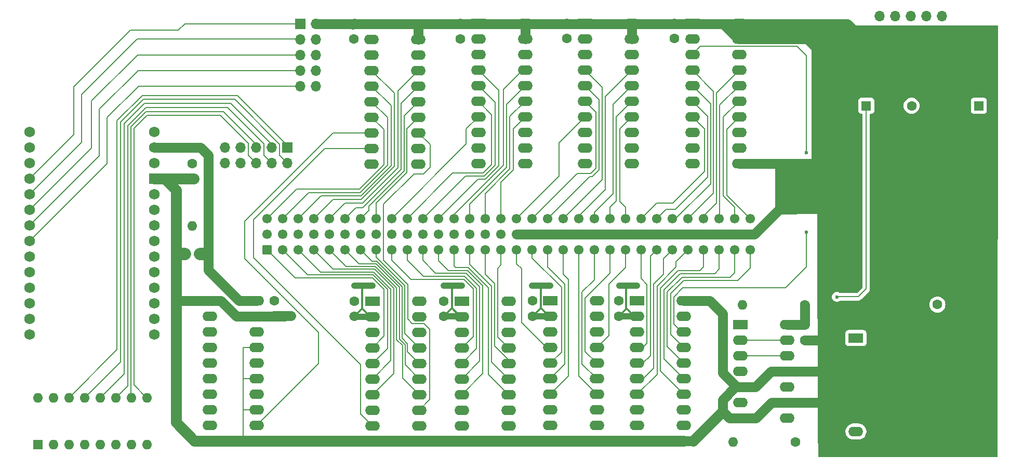
<source format=gbr>
%TF.GenerationSoftware,KiCad,Pcbnew,8.0.8*%
%TF.CreationDate,2025-04-22T20:57:00-07:00*%
%TF.ProjectId,logic,6c6f6769-632e-46b6-9963-61645f706362,rev?*%
%TF.SameCoordinates,Original*%
%TF.FileFunction,Copper,L4,Bot*%
%TF.FilePolarity,Positive*%
%FSLAX46Y46*%
G04 Gerber Fmt 4.6, Leading zero omitted, Abs format (unit mm)*
G04 Created by KiCad (PCBNEW 8.0.8) date 2025-04-22 20:57:00*
%MOMM*%
%LPD*%
G01*
G04 APERTURE LIST*
G04 Aperture macros list*
%AMRoundRect*
0 Rectangle with rounded corners*
0 $1 Rounding radius*
0 $2 $3 $4 $5 $6 $7 $8 $9 X,Y pos of 4 corners*
0 Add a 4 corners polygon primitive as box body*
4,1,4,$2,$3,$4,$5,$6,$7,$8,$9,$2,$3,0*
0 Add four circle primitives for the rounded corners*
1,1,$1+$1,$2,$3*
1,1,$1+$1,$4,$5*
1,1,$1+$1,$6,$7*
1,1,$1+$1,$8,$9*
0 Add four rect primitives between the rounded corners*
20,1,$1+$1,$2,$3,$4,$5,0*
20,1,$1+$1,$4,$5,$6,$7,0*
20,1,$1+$1,$6,$7,$8,$9,0*
20,1,$1+$1,$8,$9,$2,$3,0*%
G04 Aperture macros list end*
%TA.AperFunction,ComponentPad*%
%ADD10C,1.600000*%
%TD*%
%TA.AperFunction,ComponentPad*%
%ADD11R,2.400000X1.600000*%
%TD*%
%TA.AperFunction,ComponentPad*%
%ADD12O,2.400000X1.600000*%
%TD*%
%TA.AperFunction,ComponentPad*%
%ADD13R,1.700000X1.700000*%
%TD*%
%TA.AperFunction,ComponentPad*%
%ADD14O,1.700000X1.700000*%
%TD*%
%TA.AperFunction,ComponentPad*%
%ADD15C,1.727200*%
%TD*%
%TA.AperFunction,ComponentPad*%
%ADD16R,1.727200X1.727200*%
%TD*%
%TA.AperFunction,ComponentPad*%
%ADD17O,1.600000X1.600000*%
%TD*%
%TA.AperFunction,ComponentPad*%
%ADD18RoundRect,0.249999X0.525001X-0.525001X0.525001X0.525001X-0.525001X0.525001X-0.525001X-0.525001X0*%
%TD*%
%TA.AperFunction,ComponentPad*%
%ADD19C,1.550000*%
%TD*%
%TA.AperFunction,ComponentPad*%
%ADD20R,1.600000X1.600000*%
%TD*%
%TA.AperFunction,ViaPad*%
%ADD21C,0.500000*%
%TD*%
%TA.AperFunction,ViaPad*%
%ADD22C,0.600000*%
%TD*%
%TA.AperFunction,Conductor*%
%ADD23C,0.200000*%
%TD*%
%TA.AperFunction,Conductor*%
%ADD24C,1.800000*%
%TD*%
%TA.AperFunction,Conductor*%
%ADD25C,1.600000*%
%TD*%
%TA.AperFunction,Conductor*%
%ADD26C,2.000000*%
%TD*%
%TA.AperFunction,Conductor*%
%ADD27C,1.000000*%
%TD*%
%TA.AperFunction,Conductor*%
%ADD28C,0.300000*%
%TD*%
G04 APERTURE END LIST*
D10*
%TO.P,C14,1*%
%TO.N,V5.0*%
X169100000Y-103815000D03*
%TO.P,C14,2*%
%TO.N,GND*%
X169100000Y-101315000D03*
%TD*%
%TO.P,C8,1*%
%TO.N,V5.0*%
X143228889Y-58600000D03*
%TO.P,C8,2*%
%TO.N,GND*%
X143228889Y-56100000D03*
%TD*%
D11*
%TO.P,U3,1,PGND*%
%TO.N,GND*%
X143470000Y-101350000D03*
D12*
%TO.P,U3,2,VCC*%
%TO.N,V5.0*%
X143470000Y-103890000D03*
%TO.P,U3,3,SER_IN*%
%TO.N,/Sin3*%
X143470000Y-106430000D03*
%TO.P,U3,4,DRAIN0*%
%TO.N,/B3-0*%
X143470000Y-108970000D03*
%TO.P,U3,5,DRAIN1*%
%TO.N,/B3-1*%
X143470000Y-111510000D03*
%TO.P,U3,6,DRAIN2*%
%TO.N,/B3-2*%
X143470000Y-114050000D03*
%TO.P,U3,7,DRAIN3*%
%TO.N,/B3-3*%
X143470000Y-116590000D03*
%TO.P,U3,8,~{SRCLR}*%
%TO.N,/~{SRCLR}*%
X143470000Y-119130000D03*
%TO.P,U3,9,~{G}*%
%TO.N,POR*%
X143470000Y-121670000D03*
%TO.P,U3,10,PGND*%
%TO.N,GND*%
X143470000Y-124210000D03*
%TO.P,U3,11,PGND*%
X151090000Y-124210000D03*
%TO.P,U3,12,RCLK*%
%TO.N,/RCLK*%
X151090000Y-121670000D03*
%TO.P,U3,13,SRCK*%
%TO.N,/SRCK*%
X151090000Y-119130000D03*
%TO.P,U3,14,DRAIN4*%
%TO.N,/B3-4*%
X151090000Y-116590000D03*
%TO.P,U3,15,DRAIN5*%
%TO.N,/B3-5*%
X151090000Y-114050000D03*
%TO.P,U3,16,DRAIN6*%
%TO.N,/B3-6*%
X151090000Y-111510000D03*
%TO.P,U3,17,DRAIN7*%
%TO.N,/B3-7*%
X151090000Y-108970000D03*
%TO.P,U3,18,SER_OUT*%
%TO.N,/Sin2*%
X151090000Y-106430000D03*
%TO.P,U3,19,LGND*%
%TO.N,GND*%
X151090000Y-103890000D03*
%TO.P,U3,20,PGND*%
X151090000Y-101350000D03*
%TD*%
D13*
%TO.P,J3,1,Pin_1*%
%TO.N,Net-(J3-Pin_1)*%
X115060000Y-76310000D03*
D14*
%TO.P,J3,2,Pin_2*%
%TO.N,Net-(J3-Pin_2)*%
X115060000Y-78850000D03*
%TO.P,J3,3,Pin_3*%
%TO.N,Net-(J3-Pin_3)*%
X112520000Y-76310000D03*
%TO.P,J3,4,Pin_4*%
%TO.N,Net-(J3-Pin_4)*%
X112520000Y-78850000D03*
%TO.P,J3,5,Pin_5*%
%TO.N,Net-(J3-Pin_5)*%
X109980000Y-76310000D03*
%TO.P,J3,6,Pin_6*%
%TO.N,Net-(J3-Pin_6)*%
X109980000Y-78850000D03*
%TO.P,J3,7,Pin_7*%
%TO.N,V3.3*%
X107440000Y-76310000D03*
%TO.P,J3,8,Pin_8*%
X107440000Y-78850000D03*
%TO.P,J3,9,Pin_9*%
X104900000Y-76310000D03*
%TO.P,J3,10,Pin_10*%
X104900000Y-78850000D03*
%TD*%
D10*
%TO.P,C2,1*%
%TO.N,Net-(J4-Pin_10)*%
X216777349Y-69510000D03*
%TO.P,C2,2*%
%TO.N,GND*%
X219277349Y-69510000D03*
%TD*%
D13*
%TO.P,J2,1,Pin_1*%
%TO.N,Net-(J2-Pin_1)*%
X117140000Y-56140000D03*
D14*
%TO.P,J2,2,Pin_2*%
%TO.N,GND*%
X119680000Y-56140000D03*
%TO.P,J2,3,Pin_3*%
%TO.N,Net-(J2-Pin_3)*%
X117140000Y-58680000D03*
%TO.P,J2,4,Pin_4*%
%TO.N,GND*%
X119680000Y-58680000D03*
%TO.P,J2,5,Pin_5*%
%TO.N,Net-(J2-Pin_5)*%
X117140000Y-61220000D03*
%TO.P,J2,6,Pin_6*%
%TO.N,GND*%
X119680000Y-61220000D03*
%TO.P,J2,7,Pin_7*%
%TO.N,Net-(J2-Pin_7)*%
X117140000Y-63760000D03*
%TO.P,J2,8,Pin_8*%
%TO.N,GND*%
X119680000Y-63760000D03*
%TO.P,J2,9,Pin_9*%
%TO.N,Net-(J2-Pin_9)*%
X117140000Y-66300000D03*
%TO.P,J2,10,Pin_10*%
%TO.N,GND*%
X119680000Y-66300000D03*
%TD*%
D10*
%TO.P,C7,1*%
%TO.N,V5.0*%
X125855000Y-58645000D03*
%TO.P,C7,2*%
%TO.N,GND*%
X125855000Y-56145000D03*
%TD*%
D15*
%TO.P,A1,3V3,3.3V*%
%TO.N,V3.3*%
X93380000Y-78880000D03*
%TO.P,A1,5V,5V*%
%TO.N,unconnected-(A1-Pad5V)*%
X93380000Y-73800000D03*
%TO.P,A1,A0,A0/DAC*%
%TO.N,unconnected-(A1-A0{slash}DAC-PadA0)*%
X73060000Y-76340000D03*
%TO.P,A1,A1,A1*%
%TO.N,/~{SRCLR3.3}*%
X73060000Y-78880000D03*
%TO.P,A1,A2,A2*%
%TO.N,Net-(J2-Pin_1)*%
X73060000Y-81420000D03*
%TO.P,A1,A3,A3*%
%TO.N,Net-(J2-Pin_3)*%
X73060000Y-83960000D03*
%TO.P,A1,A4,A4*%
%TO.N,Net-(J2-Pin_5)*%
X73060000Y-86500000D03*
%TO.P,A1,A5,A5*%
%TO.N,Net-(J2-Pin_7)*%
X73060000Y-89040000D03*
%TO.P,A1,A6,A6*%
%TO.N,Net-(J2-Pin_9)*%
X73060000Y-91580000D03*
%TO.P,A1,AREF,AREF*%
%TO.N,unconnected-(A1-PadAREF)*%
X73060000Y-73800000D03*
%TO.P,A1,D0,D0*%
%TO.N,Net-(RN1-R8.1)*%
X73060000Y-94120000D03*
%TO.P,A1,D1,D1*%
%TO.N,Net-(RN1-R7.1)*%
X73060000Y-96660000D03*
%TO.P,A1,D2,D2*%
%TO.N,Net-(RN1-R6.1)*%
X73060000Y-99200000D03*
%TO.P,A1,D3,D3*%
%TO.N,Net-(RN1-R5.1)*%
X73060000Y-101740000D03*
%TO.P,A1,D4,D4*%
%TO.N,Net-(RN1-R4.1)*%
X73060000Y-104280000D03*
%TO.P,A1,D5,D5*%
%TO.N,Net-(RN1-R3.1)*%
X73060000Y-106820000D03*
%TO.P,A1,D6,D6*%
%TO.N,unconnected-(A1-PadD6)*%
X93380000Y-106820000D03*
%TO.P,A1,D7,D7*%
%TO.N,Net-(U9-I3a)*%
X93380000Y-104280000D03*
%TO.P,A1,D8,D8_MOSI*%
%TO.N,Net-(A1-D8_MOSI)*%
X93380000Y-101740000D03*
%TO.P,A1,D9,D9_SCK*%
%TO.N,Net-(A1-D9_SCK)*%
X93380000Y-99200000D03*
%TO.P,A1,D10,D10_MISO*%
%TO.N,unconnected-(A1-D10_MISO-PadD10)*%
X93380000Y-96660000D03*
%TO.P,A1,D11,D11/SDA*%
%TO.N,unconnected-(A1-D11{slash}SDA-PadD11)*%
X93380000Y-94120000D03*
%TO.P,A1,D12,D12/SCL*%
%TO.N,unconnected-(A1-D12{slash}SCL-PadD12)*%
X93380000Y-91580000D03*
%TO.P,A1,D13,D13/RX*%
%TO.N,unconnected-(A1-D13{slash}RX-PadD13)*%
X93380000Y-89040000D03*
%TO.P,A1,D14,D14/TX*%
%TO.N,unconnected-(A1-D14{slash}TX-PadD14)*%
X93380000Y-86500000D03*
D16*
%TO.P,A1,GND,GND*%
%TO.N,GND*%
X93380000Y-81420000D03*
D15*
%TO.P,A1,RST,RESET*%
%TO.N,Net-(A1-RESET)*%
X93380000Y-83960000D03*
%TO.P,A1,VIN,VIN*%
%TO.N,V5.0*%
X93380000Y-76340000D03*
%TD*%
D10*
%TO.P,C15,1*%
%TO.N,V5.0*%
X199380000Y-105225000D03*
%TO.P,C15,2*%
%TO.N,GND*%
X199380000Y-107725000D03*
%TD*%
D11*
%TO.P,U4,1,PGND*%
%TO.N,GND*%
X128910000Y-101350000D03*
D12*
%TO.P,U4,2,VCC*%
%TO.N,V5.0*%
X128910000Y-103890000D03*
%TO.P,U4,3,SER_IN*%
%TO.N,/Sin4*%
X128910000Y-106430000D03*
%TO.P,U4,4,DRAIN0*%
%TO.N,/B4-0*%
X128910000Y-108970000D03*
%TO.P,U4,5,DRAIN1*%
%TO.N,/B4-1*%
X128910000Y-111510000D03*
%TO.P,U4,6,DRAIN2*%
%TO.N,/B4-2*%
X128910000Y-114050000D03*
%TO.P,U4,7,DRAIN3*%
%TO.N,/B4-3*%
X128910000Y-116590000D03*
%TO.P,U4,8,~{SRCLR}*%
%TO.N,/~{SRCLR}*%
X128910000Y-119130000D03*
%TO.P,U4,9,~{G}*%
%TO.N,POR*%
X128910000Y-121670000D03*
%TO.P,U4,10,PGND*%
%TO.N,GND*%
X128910000Y-124210000D03*
%TO.P,U4,11,PGND*%
X136530000Y-124210000D03*
%TO.P,U4,12,RCLK*%
%TO.N,/RCLK*%
X136530000Y-121670000D03*
%TO.P,U4,13,SRCK*%
%TO.N,/SRCK*%
X136530000Y-119130000D03*
%TO.P,U4,14,DRAIN4*%
%TO.N,/B4-4*%
X136530000Y-116590000D03*
%TO.P,U4,15,DRAIN5*%
%TO.N,/B4-5*%
X136530000Y-114050000D03*
%TO.P,U4,16,DRAIN6*%
%TO.N,/B4-6*%
X136530000Y-111510000D03*
%TO.P,U4,17,DRAIN7*%
%TO.N,/B4-7*%
X136530000Y-108970000D03*
%TO.P,U4,18,SER_OUT*%
%TO.N,/Sin3*%
X136530000Y-106430000D03*
%TO.P,U4,19,LGND*%
%TO.N,GND*%
X136530000Y-103890000D03*
%TO.P,U4,20,PGND*%
X136530000Y-101350000D03*
%TD*%
D10*
%TO.P,R3,1*%
%TO.N,V3.3*%
X99580000Y-78920000D03*
D17*
%TO.P,R3,2*%
%TO.N,Net-(A1-RESET)*%
X99580000Y-89080000D03*
%TD*%
D10*
%TO.P,R2,1*%
%TO.N,V5.0*%
X197810000Y-124310000D03*
D17*
%TO.P,R2,2*%
%TO.N,Net-(C4-Pad1)*%
X187650000Y-124310000D03*
%TD*%
D10*
%TO.P,C13,1*%
%TO.N,V5.0*%
X154970000Y-103820000D03*
%TO.P,C13,2*%
%TO.N,GND*%
X154970000Y-101320000D03*
%TD*%
D11*
%TO.P,U14,1*%
%TO.N,Net-(C4-Pad1)*%
X188850000Y-105225000D03*
D12*
%TO.P,U14,2*%
%TO.N,Net-(U14-Pad13)*%
X188850000Y-107765000D03*
%TO.P,U14,3*%
%TO.N,Net-(U14-Pad12)*%
X188850000Y-110305000D03*
%TO.P,U14,4*%
%TO.N,POR*%
X188850000Y-112845000D03*
%TO.P,U14,5*%
%TO.N,GND*%
X188850000Y-115385000D03*
%TO.P,U14,6*%
%TO.N,unconnected-(U14-Pad6)*%
X188850000Y-117925000D03*
%TO.P,U14,7,GND*%
%TO.N,GND*%
X188850000Y-120465000D03*
%TO.P,U14,8*%
%TO.N,unconnected-(U14-Pad8)*%
X196470000Y-120465000D03*
%TO.P,U14,9*%
%TO.N,GND*%
X196470000Y-117925000D03*
%TO.P,U14,10*%
%TO.N,unconnected-(U14-Pad10)*%
X196470000Y-115385000D03*
%TO.P,U14,11*%
%TO.N,GND*%
X196470000Y-112845000D03*
%TO.P,U14,12*%
%TO.N,Net-(U14-Pad12)*%
X196470000Y-110305000D03*
%TO.P,U14,13*%
%TO.N,Net-(U14-Pad13)*%
X196470000Y-107765000D03*
%TO.P,U14,14,VCC*%
%TO.N,V5.0*%
X196470000Y-105225000D03*
%TD*%
D10*
%TO.P,C5,1*%
%TO.N,V5.0*%
X100850000Y-93660000D03*
%TO.P,C5,2*%
%TO.N,GND*%
X98350000Y-93660000D03*
%TD*%
D11*
%TO.P,S1,1,HV_OUT*%
%TO.N,V170*%
X207709948Y-107380000D03*
D12*
%TO.P,S1,2,LV_IN*%
%TO.N,V5.0*%
X207709948Y-122620000D03*
%TO.P,S1,3,LGND*%
%TO.N,GND*%
X215329948Y-122620000D03*
%TO.P,S1,4,PGND*%
X215329948Y-107380000D03*
%TD*%
D10*
%TO.P,C6,1*%
%TO.N,V5.0*%
X112960000Y-101290000D03*
%TO.P,C6,2*%
%TO.N,GND*%
X112960000Y-103790000D03*
%TD*%
D11*
%TO.P,U1,1,PGND*%
%TO.N,GND*%
X172040000Y-101315000D03*
D12*
%TO.P,U1,2,VCC*%
%TO.N,V5.0*%
X172040000Y-103855000D03*
%TO.P,U1,3,SER_IN*%
%TO.N,/Sin1*%
X172040000Y-106395000D03*
%TO.P,U1,4,DRAIN0*%
%TO.N,/B1-0*%
X172040000Y-108935000D03*
%TO.P,U1,5,DRAIN1*%
%TO.N,/B1-1*%
X172040000Y-111475000D03*
%TO.P,U1,6,DRAIN2*%
%TO.N,/B1-2*%
X172040000Y-114015000D03*
%TO.P,U1,7,DRAIN3*%
%TO.N,/B1-3*%
X172040000Y-116555000D03*
%TO.P,U1,8,~{SRCLR}*%
%TO.N,/~{SRCLR}*%
X172040000Y-119095000D03*
%TO.P,U1,9,~{G}*%
%TO.N,POR*%
X172040000Y-121635000D03*
%TO.P,U1,10,PGND*%
%TO.N,GND*%
X172040000Y-124175000D03*
%TO.P,U1,11,PGND*%
X179660000Y-124175000D03*
%TO.P,U1,12,RCLK*%
%TO.N,/RCLK*%
X179660000Y-121635000D03*
%TO.P,U1,13,SRCK*%
%TO.N,/SRCK*%
X179660000Y-119095000D03*
%TO.P,U1,14,DRAIN4*%
%TO.N,/B1-4*%
X179660000Y-116555000D03*
%TO.P,U1,15,DRAIN5*%
%TO.N,/B1-5*%
X179660000Y-114015000D03*
%TO.P,U1,16,DRAIN6*%
%TO.N,/B1-6*%
X179660000Y-111475000D03*
%TO.P,U1,17,DRAIN7*%
%TO.N,/B1-7*%
X179660000Y-108935000D03*
%TO.P,U1,18,SER_OUT*%
%TO.N,/Sin8*%
X179660000Y-106395000D03*
%TO.P,U1,19,LGND*%
%TO.N,GND*%
X179660000Y-103855000D03*
%TO.P,U1,20,PGND*%
X179660000Y-101315000D03*
%TD*%
D18*
%TO.P,J1,a1,Pin_a1*%
%TO.N,/B4-0*%
X111740000Y-93000000D03*
D19*
%TO.P,J1,a2,Pin_a2*%
%TO.N,/B4-1*%
X114280000Y-93000000D03*
%TO.P,J1,a3,Pin_a3*%
%TO.N,/B4-2*%
X116820000Y-93000000D03*
%TO.P,J1,a4,Pin_a4*%
%TO.N,/B4-3*%
X119360000Y-93000000D03*
%TO.P,J1,a5,Pin_a5*%
%TO.N,/B4-4*%
X121900000Y-93000000D03*
%TO.P,J1,a6,Pin_a6*%
%TO.N,/B4-5*%
X124440000Y-93000000D03*
%TO.P,J1,a7,Pin_a7*%
%TO.N,/B4-6*%
X126980000Y-93000000D03*
%TO.P,J1,a8,Pin_a8*%
%TO.N,/B4-7*%
X129520000Y-93000000D03*
%TO.P,J1,a9,Pin_a9*%
%TO.N,/B3-0*%
X132060000Y-93000000D03*
%TO.P,J1,a10,Pin_a10*%
%TO.N,/B3-1*%
X134600000Y-93000000D03*
%TO.P,J1,a11,Pin_a11*%
%TO.N,/B3-2*%
X137140000Y-93000000D03*
%TO.P,J1,a12,Pin_a12*%
%TO.N,/B3-3*%
X139680000Y-93000000D03*
%TO.P,J1,a13,Pin_a13*%
%TO.N,/B3-4*%
X142220000Y-93000000D03*
%TO.P,J1,a14,Pin_a14*%
%TO.N,/B3-5*%
X144760000Y-93000000D03*
%TO.P,J1,a15,Pin_a15*%
%TO.N,/B3-6*%
X147300000Y-93000000D03*
%TO.P,J1,a16,Pin_a16*%
%TO.N,/B3-7*%
X149840000Y-93000000D03*
%TO.P,J1,a17,Pin_a17*%
%TO.N,/B2-0*%
X152380000Y-93000000D03*
%TO.P,J1,a18,Pin_a18*%
%TO.N,/B2-1*%
X154920000Y-93000000D03*
%TO.P,J1,a19,Pin_a19*%
%TO.N,/B2-2*%
X157460000Y-93000000D03*
%TO.P,J1,a20,Pin_a20*%
%TO.N,/B2-3*%
X160000000Y-93000000D03*
%TO.P,J1,a21,Pin_a21*%
%TO.N,/B2-4*%
X162540000Y-93000000D03*
%TO.P,J1,a22,Pin_a22*%
%TO.N,/B2-5*%
X165080000Y-93000000D03*
%TO.P,J1,a23,Pin_a23*%
%TO.N,/B2-6*%
X167620000Y-93000000D03*
%TO.P,J1,a24,Pin_a24*%
%TO.N,/B2-7*%
X170160000Y-93000000D03*
%TO.P,J1,a25,Pin_a25*%
%TO.N,/B1-0*%
X172700000Y-93000000D03*
%TO.P,J1,a26,Pin_a26*%
%TO.N,/B1-1*%
X175240000Y-93000000D03*
%TO.P,J1,a27,Pin_a27*%
%TO.N,/B1-2*%
X177780000Y-93000000D03*
%TO.P,J1,a28,Pin_a28*%
%TO.N,/B1-3*%
X180320000Y-93000000D03*
%TO.P,J1,a29,Pin_a29*%
%TO.N,/B1-4*%
X182860000Y-93000000D03*
%TO.P,J1,a30,Pin_a30*%
%TO.N,/B1-5*%
X185400000Y-93000000D03*
%TO.P,J1,a31,Pin_a31*%
%TO.N,/B1-6*%
X187940000Y-93000000D03*
%TO.P,J1,a32,Pin_a32*%
%TO.N,/B1-7*%
X190480000Y-93000000D03*
%TO.P,J1,b1,Pin_b1*%
%TO.N,V170*%
X111740000Y-90460000D03*
%TO.P,J1,b2,Pin_b2*%
X114280000Y-90460000D03*
%TO.P,J1,b3,Pin_b3*%
X116820000Y-90460000D03*
%TO.P,J1,b4,Pin_b4*%
X119360000Y-90460000D03*
%TO.P,J1,b5,Pin_b5*%
X121900000Y-90460000D03*
%TO.P,J1,b6,Pin_b6*%
X124440000Y-90460000D03*
%TO.P,J1,b7,Pin_b7*%
X126980000Y-90460000D03*
%TO.P,J1,b8,Pin_b8*%
X129520000Y-90460000D03*
%TO.P,J1,b9,Pin_b9*%
X132060000Y-90460000D03*
%TO.P,J1,b10,Pin_b10*%
X134600000Y-90460000D03*
%TO.P,J1,b11,Pin_b11*%
X137140000Y-90460000D03*
%TO.P,J1,b12,Pin_b12*%
X139680000Y-90460000D03*
%TO.P,J1,b13,Pin_b13*%
X142220000Y-90460000D03*
%TO.P,J1,b14,Pin_b14*%
X144760000Y-90460000D03*
%TO.P,J1,b15,Pin_b15*%
X147300000Y-90460000D03*
%TO.P,J1,b16,Pin_b16*%
X149840000Y-90460000D03*
%TO.P,J1,b17,Pin_b17*%
%TO.N,GND*%
X152380000Y-90460000D03*
%TO.P,J1,b18,Pin_b18*%
X154920000Y-90460000D03*
%TO.P,J1,b19,Pin_b19*%
X157460000Y-90460000D03*
%TO.P,J1,b20,Pin_b20*%
X160000000Y-90460000D03*
%TO.P,J1,b21,Pin_b21*%
X162540000Y-90460000D03*
%TO.P,J1,b22,Pin_b22*%
X165080000Y-90460000D03*
%TO.P,J1,b23,Pin_b23*%
X167620000Y-90460000D03*
%TO.P,J1,b24,Pin_b24*%
X170160000Y-90460000D03*
%TO.P,J1,b25,Pin_b25*%
X172700000Y-90460000D03*
%TO.P,J1,b26,Pin_b26*%
X175240000Y-90460000D03*
%TO.P,J1,b27,Pin_b27*%
X177780000Y-90460000D03*
%TO.P,J1,b28,Pin_b28*%
X180320000Y-90460000D03*
%TO.P,J1,b29,Pin_b29*%
X182860000Y-90460000D03*
%TO.P,J1,b30,Pin_b30*%
X185400000Y-90460000D03*
%TO.P,J1,b31,Pin_b31*%
X187940000Y-90460000D03*
%TO.P,J1,b32,Pin_b32*%
X190480000Y-90460000D03*
%TO.P,J1,c1,Pin_c1*%
%TO.N,/B5-0*%
X111740000Y-87920000D03*
%TO.P,J1,c2,Pin_c2*%
%TO.N,/B5-1*%
X114280000Y-87920000D03*
%TO.P,J1,c3,Pin_c3*%
%TO.N,/B5-2*%
X116820000Y-87920000D03*
%TO.P,J1,c4,Pin_c4*%
%TO.N,/B5-3*%
X119360000Y-87920000D03*
%TO.P,J1,c5,Pin_c5*%
%TO.N,/B5-4*%
X121900000Y-87920000D03*
%TO.P,J1,c6,Pin_c6*%
%TO.N,/B5-5*%
X124440000Y-87920000D03*
%TO.P,J1,c7,Pin_c7*%
%TO.N,/B5-6*%
X126980000Y-87920000D03*
%TO.P,J1,c8,Pin_c8*%
%TO.N,/B5-7*%
X129520000Y-87920000D03*
%TO.P,J1,c9,Pin_c9*%
%TO.N,/B6-0*%
X132060000Y-87920000D03*
%TO.P,J1,c10,Pin_c10*%
%TO.N,/B6-1*%
X134600000Y-87920000D03*
%TO.P,J1,c11,Pin_c11*%
%TO.N,/B6-2*%
X137140000Y-87920000D03*
%TO.P,J1,c12,Pin_c12*%
%TO.N,/B6-3*%
X139680000Y-87920000D03*
%TO.P,J1,c13,Pin_c13*%
%TO.N,/B6-4*%
X142220000Y-87920000D03*
%TO.P,J1,c14,Pin_c14*%
%TO.N,/B6-5*%
X144760000Y-87920000D03*
%TO.P,J1,c15,Pin_c15*%
%TO.N,/B6-6*%
X147300000Y-87920000D03*
%TO.P,J1,c16,Pin_c16*%
%TO.N,/B6-7*%
X149840000Y-87920000D03*
%TO.P,J1,c17,Pin_c17*%
%TO.N,/B7-0*%
X152380000Y-87920000D03*
%TO.P,J1,c18,Pin_c18*%
%TO.N,/B7-1*%
X154920000Y-87920000D03*
%TO.P,J1,c19,Pin_c19*%
%TO.N,/B7-2*%
X157460000Y-87920000D03*
%TO.P,J1,c20,Pin_c20*%
%TO.N,/B7-3*%
X160000000Y-87920000D03*
%TO.P,J1,c21,Pin_c21*%
%TO.N,/B7-4*%
X162540000Y-87920000D03*
%TO.P,J1,c22,Pin_c22*%
%TO.N,/B7-5*%
X165080000Y-87920000D03*
%TO.P,J1,c23,Pin_c23*%
%TO.N,/B7-6*%
X167620000Y-87920000D03*
%TO.P,J1,c24,Pin_c24*%
%TO.N,/B7-7*%
X170160000Y-87920000D03*
%TO.P,J1,c25,Pin_c25*%
%TO.N,/B8-0*%
X172700000Y-87920000D03*
%TO.P,J1,c26,Pin_c26*%
%TO.N,/B8-1*%
X175240000Y-87920000D03*
%TO.P,J1,c27,Pin_c27*%
%TO.N,/B8-2*%
X177780000Y-87920000D03*
%TO.P,J1,c28,Pin_c28*%
%TO.N,/B8-3*%
X180320000Y-87920000D03*
%TO.P,J1,c29,Pin_c29*%
%TO.N,/B8-4*%
X182860000Y-87920000D03*
%TO.P,J1,c30,Pin_c30*%
%TO.N,/B8-5*%
X185400000Y-87920000D03*
%TO.P,J1,c31,Pin_c31*%
%TO.N,/B8-6*%
X187940000Y-87920000D03*
%TO.P,J1,c32,Pin_c32*%
%TO.N,/B8-7*%
X190480000Y-87920000D03*
%TD*%
D11*
%TO.P,U9,1,OEa*%
%TO.N,GND*%
X102410000Y-101290000D03*
D12*
%TO.P,U9,2,I0a*%
%TO.N,/~{SRCLR3.3}*%
X102410000Y-103830000D03*
%TO.P,U9,3,O3b*%
%TO.N,unconnected-(U9-O3b-Pad3)*%
X102410000Y-106370000D03*
%TO.P,U9,4,I1a*%
%TO.N,Net-(A1-D8_MOSI)*%
X102410000Y-108910000D03*
%TO.P,U9,5,O2b*%
%TO.N,unconnected-(U9-O2b-Pad5)*%
X102410000Y-111450000D03*
%TO.P,U9,6,I2a*%
%TO.N,Net-(A1-D9_SCK)*%
X102410000Y-113990000D03*
%TO.P,U9,7,O1b*%
%TO.N,unconnected-(U9-O1b-Pad7)*%
X102410000Y-116530000D03*
%TO.P,U9,8,I3a*%
%TO.N,Net-(U9-I3a)*%
X102410000Y-119070000D03*
%TO.P,U9,9,O0b*%
%TO.N,unconnected-(U9-O0b-Pad9)*%
X102410000Y-121610000D03*
%TO.P,U9,10,GND*%
%TO.N,GND*%
X102410000Y-124150000D03*
%TO.P,U9,11,I0b*%
X110030000Y-124150000D03*
%TO.P,U9,12,O3a*%
%TO.N,/~{SRCLR}*%
X110030000Y-121610000D03*
%TO.P,U9,13,I1b*%
%TO.N,GND*%
X110030000Y-119070000D03*
%TO.P,U9,14,O2a*%
%TO.N,/SRCK*%
X110030000Y-116530000D03*
%TO.P,U9,15,I2b*%
%TO.N,GND*%
X110030000Y-113990000D03*
%TO.P,U9,16,O1a*%
%TO.N,/Sin4*%
X110030000Y-111450000D03*
%TO.P,U9,17,I3b*%
%TO.N,GND*%
X110030000Y-108910000D03*
%TO.P,U9,18,O0a*%
%TO.N,/RCLK*%
X110030000Y-106370000D03*
%TO.P,U9,19,OEb*%
%TO.N,GND*%
X110030000Y-103830000D03*
%TO.P,U9,20,VCC*%
%TO.N,V5.0*%
X110030000Y-101290000D03*
%TD*%
D11*
%TO.P,U6,1,PGND*%
%TO.N,GND*%
X146168889Y-56090000D03*
D12*
%TO.P,U6,2,VCC*%
%TO.N,V5.0*%
X146168889Y-58630000D03*
%TO.P,U6,3,SER_IN*%
%TO.N,/Sin6*%
X146168889Y-61170000D03*
%TO.P,U6,4,DRAIN0*%
%TO.N,/B6-3*%
X146168889Y-63710000D03*
%TO.P,U6,5,DRAIN1*%
%TO.N,/B6-2*%
X146168889Y-66250000D03*
%TO.P,U6,6,DRAIN2*%
%TO.N,/B6-1*%
X146168889Y-68790000D03*
%TO.P,U6,7,DRAIN3*%
%TO.N,/B6-0*%
X146168889Y-71330000D03*
%TO.P,U6,8,~{SRCLR}*%
%TO.N,/~{SRCLR}*%
X146168889Y-73870000D03*
%TO.P,U6,9,~{G}*%
%TO.N,POR*%
X146168889Y-76410000D03*
%TO.P,U6,10,PGND*%
%TO.N,GND*%
X146168889Y-78950000D03*
%TO.P,U6,11,PGND*%
X153788889Y-78950000D03*
%TO.P,U6,12,RCLK*%
%TO.N,/RCLK*%
X153788889Y-76410000D03*
%TO.P,U6,13,SRCK*%
%TO.N,/SRCK*%
X153788889Y-73870000D03*
%TO.P,U6,14,DRAIN4*%
%TO.N,/B6-7*%
X153788889Y-71330000D03*
%TO.P,U6,15,DRAIN5*%
%TO.N,/B6-6*%
X153788889Y-68790000D03*
%TO.P,U6,16,DRAIN6*%
%TO.N,/B6-5*%
X153788889Y-66250000D03*
%TO.P,U6,17,DRAIN7*%
%TO.N,/B6-4*%
X153788889Y-63710000D03*
%TO.P,U6,18,SER_OUT*%
%TO.N,/Sin5*%
X153788889Y-61170000D03*
%TO.P,U6,19,LGND*%
%TO.N,GND*%
X153788889Y-58630000D03*
%TO.P,U6,20,PGND*%
X153788889Y-56090000D03*
%TD*%
D13*
%TO.P,J4,1,Pin_1*%
%TO.N,GND*%
X211550000Y-57450000D03*
D14*
%TO.P,J4,2,Pin_2*%
%TO.N,Net-(J4-Pin_10)*%
X211550000Y-54910000D03*
%TO.P,J4,3,Pin_3*%
%TO.N,GND*%
X214090000Y-57450000D03*
%TO.P,J4,4,Pin_4*%
%TO.N,Net-(J4-Pin_10)*%
X214090000Y-54910000D03*
%TO.P,J4,5,Pin_5*%
%TO.N,GND*%
X216630000Y-57450000D03*
%TO.P,J4,6,Pin_6*%
%TO.N,Net-(J4-Pin_10)*%
X216630000Y-54910000D03*
%TO.P,J4,7,Pin_7*%
%TO.N,GND*%
X219170000Y-57450000D03*
%TO.P,J4,8,Pin_8*%
%TO.N,Net-(J4-Pin_10)*%
X219170000Y-54910000D03*
%TO.P,J4,9,Pin_9*%
%TO.N,GND*%
X221710000Y-57450000D03*
%TO.P,J4,10,Pin_10*%
%TO.N,Net-(J4-Pin_10)*%
X221710000Y-54910000D03*
%TD*%
D11*
%TO.P,U5,1,PGND*%
%TO.N,GND*%
X128785000Y-56145000D03*
D12*
%TO.P,U5,2,VCC*%
%TO.N,V5.0*%
X128785000Y-58685000D03*
%TO.P,U5,3,SER_IN*%
%TO.N,/Sin5*%
X128785000Y-61225000D03*
%TO.P,U5,4,DRAIN0*%
%TO.N,/B5-3*%
X128785000Y-63765000D03*
%TO.P,U5,5,DRAIN1*%
%TO.N,/B5-2*%
X128785000Y-66305000D03*
%TO.P,U5,6,DRAIN2*%
%TO.N,/B5-1*%
X128785000Y-68845000D03*
%TO.P,U5,7,DRAIN3*%
%TO.N,/B5-0*%
X128785000Y-71385000D03*
%TO.P,U5,8,~{SRCLR}*%
%TO.N,/~{SRCLR}*%
X128785000Y-73925000D03*
%TO.P,U5,9,~{G}*%
%TO.N,POR*%
X128785000Y-76465000D03*
%TO.P,U5,10,PGND*%
%TO.N,GND*%
X128785000Y-79005000D03*
%TO.P,U5,11,PGND*%
X136405000Y-79005000D03*
%TO.P,U5,12,RCLK*%
%TO.N,/RCLK*%
X136405000Y-76465000D03*
%TO.P,U5,13,SRCK*%
%TO.N,/SRCK*%
X136405000Y-73925000D03*
%TO.P,U5,14,DRAIN4*%
%TO.N,/B5-7*%
X136405000Y-71385000D03*
%TO.P,U5,15,DRAIN5*%
%TO.N,/B5-6*%
X136405000Y-68845000D03*
%TO.P,U5,16,DRAIN6*%
%TO.N,/B5-5*%
X136405000Y-66305000D03*
%TO.P,U5,17,DRAIN7*%
%TO.N,/B5-4*%
X136405000Y-63765000D03*
%TO.P,U5,18,SER_OUT*%
%TO.N,unconnected-(U5-SER_OUT-Pad18)*%
X136405000Y-61225000D03*
%TO.P,U5,19,LGND*%
%TO.N,GND*%
X136405000Y-58685000D03*
%TO.P,U5,20,PGND*%
X136405000Y-56145000D03*
%TD*%
D10*
%TO.P,R1,1*%
%TO.N,V5.0*%
X199370000Y-102010000D03*
D17*
%TO.P,R1,2*%
%TO.N,POR*%
X189210000Y-102010000D03*
%TD*%
D11*
%TO.P,U8,1,PGND*%
%TO.N,GND*%
X181050000Y-56077500D03*
D12*
%TO.P,U8,2,VCC*%
%TO.N,V5.0*%
X181050000Y-58617500D03*
%TO.P,U8,3,SER_IN*%
%TO.N,/Sin8*%
X181050000Y-61157500D03*
%TO.P,U8,4,DRAIN0*%
%TO.N,/B8-3*%
X181050000Y-63697500D03*
%TO.P,U8,5,DRAIN1*%
%TO.N,/B8-2*%
X181050000Y-66237500D03*
%TO.P,U8,6,DRAIN2*%
%TO.N,/B8-1*%
X181050000Y-68777500D03*
%TO.P,U8,7,DRAIN3*%
%TO.N,/B8-0*%
X181050000Y-71317500D03*
%TO.P,U8,8,~{SRCLR}*%
%TO.N,/~{SRCLR}*%
X181050000Y-73857500D03*
%TO.P,U8,9,~{G}*%
%TO.N,POR*%
X181050000Y-76397500D03*
%TO.P,U8,10,PGND*%
%TO.N,GND*%
X181050000Y-78937500D03*
%TO.P,U8,11,PGND*%
X188670000Y-78937500D03*
%TO.P,U8,12,RCLK*%
%TO.N,/RCLK*%
X188670000Y-76397500D03*
%TO.P,U8,13,SRCK*%
%TO.N,/SRCK*%
X188670000Y-73857500D03*
%TO.P,U8,14,DRAIN4*%
%TO.N,/B8-7*%
X188670000Y-71317500D03*
%TO.P,U8,15,DRAIN5*%
%TO.N,/B8-6*%
X188670000Y-68777500D03*
%TO.P,U8,16,DRAIN6*%
%TO.N,/B8-5*%
X188670000Y-66237500D03*
%TO.P,U8,17,DRAIN7*%
%TO.N,/B8-4*%
X188670000Y-63697500D03*
%TO.P,U8,18,SER_OUT*%
%TO.N,/Sin7*%
X188670000Y-61157500D03*
%TO.P,U8,19,LGND*%
%TO.N,GND*%
X188670000Y-58617500D03*
%TO.P,U8,20,PGND*%
X188670000Y-56077500D03*
%TD*%
D10*
%TO.P,C11,1*%
%TO.N,V5.0*%
X125980000Y-103850000D03*
%TO.P,C11,2*%
%TO.N,GND*%
X125980000Y-101350000D03*
%TD*%
%TO.P,C9,1*%
%TO.N,V5.0*%
X160631825Y-58565000D03*
%TO.P,C9,2*%
%TO.N,GND*%
X160631825Y-56065000D03*
%TD*%
D20*
%TO.P,C1,1*%
%TO.N,Net-(J4-Pin_10)*%
X227747349Y-69510000D03*
D10*
%TO.P,C1,2*%
%TO.N,GND*%
X225247349Y-69510000D03*
%TD*%
D20*
%TO.P,C4,1*%
%TO.N,Net-(C4-Pad1)*%
X209397349Y-69510000D03*
D10*
%TO.P,C4,2*%
%TO.N,GND*%
X211897349Y-69510000D03*
%TD*%
%TO.P,C12,1*%
%TO.N,V5.0*%
X140530000Y-103850000D03*
%TO.P,C12,2*%
%TO.N,GND*%
X140530000Y-101350000D03*
%TD*%
D20*
%TO.P,RN1,1,R1.1*%
%TO.N,unconnected-(RN1-R1.1-Pad1)*%
X74390000Y-124720000D03*
D17*
%TO.P,RN1,2,R2.1*%
%TO.N,unconnected-(RN1-R2.1-Pad2)*%
X76930000Y-124720000D03*
%TO.P,RN1,3,R3.1*%
%TO.N,Net-(RN1-R3.1)*%
X79470000Y-124720000D03*
%TO.P,RN1,4,R4.1*%
%TO.N,Net-(RN1-R4.1)*%
X82010000Y-124720000D03*
%TO.P,RN1,5,R5.1*%
%TO.N,Net-(RN1-R5.1)*%
X84550000Y-124720000D03*
%TO.P,RN1,6,R6.1*%
%TO.N,Net-(RN1-R6.1)*%
X87090000Y-124720000D03*
%TO.P,RN1,7,R7.1*%
%TO.N,Net-(RN1-R7.1)*%
X89630000Y-124720000D03*
%TO.P,RN1,8,R8.1*%
%TO.N,Net-(RN1-R8.1)*%
X92170000Y-124720000D03*
%TO.P,RN1,9,R8.2*%
%TO.N,Net-(J3-Pin_6)*%
X92170000Y-117100000D03*
%TO.P,RN1,10,R7.2*%
%TO.N,Net-(J3-Pin_5)*%
X89630000Y-117100000D03*
%TO.P,RN1,11,R6.2*%
%TO.N,Net-(J3-Pin_4)*%
X87090000Y-117100000D03*
%TO.P,RN1,12,R5.2*%
%TO.N,Net-(J3-Pin_3)*%
X84550000Y-117100000D03*
%TO.P,RN1,13,R4.2*%
%TO.N,Net-(J3-Pin_2)*%
X82010000Y-117100000D03*
%TO.P,RN1,14,R3.2*%
%TO.N,Net-(J3-Pin_1)*%
X79470000Y-117100000D03*
%TO.P,RN1,15,R2.2*%
%TO.N,unconnected-(RN1-R2.2-Pad15)*%
X76930000Y-117100000D03*
%TO.P,RN1,16,R1.2*%
%TO.N,unconnected-(RN1-R1.2-Pad16)*%
X74390000Y-117100000D03*
%TD*%
D10*
%TO.P,C3,1*%
%TO.N,V5.0*%
X220990000Y-101920000D03*
%TO.P,C3,2*%
%TO.N,GND*%
X223490000Y-101920000D03*
%TD*%
%TO.P,C10,1*%
%TO.N,V5.0*%
X178120000Y-58577500D03*
%TO.P,C10,2*%
%TO.N,GND*%
X178120000Y-56077500D03*
%TD*%
D11*
%TO.P,U2,1,PGND*%
%TO.N,GND*%
X157880000Y-101320000D03*
D12*
%TO.P,U2,2,VCC*%
%TO.N,V5.0*%
X157880000Y-103860000D03*
%TO.P,U2,3,SER_IN*%
%TO.N,/Sin2*%
X157880000Y-106400000D03*
%TO.P,U2,4,DRAIN0*%
%TO.N,/B2-0*%
X157880000Y-108940000D03*
%TO.P,U2,5,DRAIN1*%
%TO.N,/B2-1*%
X157880000Y-111480000D03*
%TO.P,U2,6,DRAIN2*%
%TO.N,/B2-2*%
X157880000Y-114020000D03*
%TO.P,U2,7,DRAIN3*%
%TO.N,/B2-3*%
X157880000Y-116560000D03*
%TO.P,U2,8,~{SRCLR}*%
%TO.N,/~{SRCLR}*%
X157880000Y-119100000D03*
%TO.P,U2,9,~{G}*%
%TO.N,POR*%
X157880000Y-121640000D03*
%TO.P,U2,10,PGND*%
%TO.N,GND*%
X157880000Y-124180000D03*
%TO.P,U2,11,PGND*%
X165500000Y-124180000D03*
%TO.P,U2,12,RCLK*%
%TO.N,/RCLK*%
X165500000Y-121640000D03*
%TO.P,U2,13,SRCK*%
%TO.N,/SRCK*%
X165500000Y-119100000D03*
%TO.P,U2,14,DRAIN4*%
%TO.N,/B2-4*%
X165500000Y-116560000D03*
%TO.P,U2,15,DRAIN5*%
%TO.N,/B2-5*%
X165500000Y-114020000D03*
%TO.P,U2,16,DRAIN6*%
%TO.N,/B2-6*%
X165500000Y-111480000D03*
%TO.P,U2,17,DRAIN7*%
%TO.N,/B2-7*%
X165500000Y-108940000D03*
%TO.P,U2,18,SER_OUT*%
%TO.N,/Sin1*%
X165500000Y-106400000D03*
%TO.P,U2,19,LGND*%
%TO.N,GND*%
X165500000Y-103860000D03*
%TO.P,U2,20,PGND*%
X165500000Y-101320000D03*
%TD*%
D11*
%TO.P,U7,1,PGND*%
%TO.N,GND*%
X163561825Y-56065000D03*
D12*
%TO.P,U7,2,VCC*%
%TO.N,V5.0*%
X163561825Y-58605000D03*
%TO.P,U7,3,SER_IN*%
%TO.N,/Sin7*%
X163561825Y-61145000D03*
%TO.P,U7,4,DRAIN0*%
%TO.N,/B7-3*%
X163561825Y-63685000D03*
%TO.P,U7,5,DRAIN1*%
%TO.N,/B7-2*%
X163561825Y-66225000D03*
%TO.P,U7,6,DRAIN2*%
%TO.N,/B7-1*%
X163561825Y-68765000D03*
%TO.P,U7,7,DRAIN3*%
%TO.N,/B7-0*%
X163561825Y-71305000D03*
%TO.P,U7,8,~{SRCLR}*%
%TO.N,/~{SRCLR}*%
X163561825Y-73845000D03*
%TO.P,U7,9,~{G}*%
%TO.N,POR*%
X163561825Y-76385000D03*
%TO.P,U7,10,PGND*%
%TO.N,GND*%
X163561825Y-78925000D03*
%TO.P,U7,11,PGND*%
X171181825Y-78925000D03*
%TO.P,U7,12,RCLK*%
%TO.N,/RCLK*%
X171181825Y-76385000D03*
%TO.P,U7,13,SRCK*%
%TO.N,/SRCK*%
X171181825Y-73845000D03*
%TO.P,U7,14,DRAIN4*%
%TO.N,/B7-7*%
X171181825Y-71305000D03*
%TO.P,U7,15,DRAIN5*%
%TO.N,/B7-6*%
X171181825Y-68765000D03*
%TO.P,U7,16,DRAIN6*%
%TO.N,/B7-5*%
X171181825Y-66225000D03*
%TO.P,U7,17,DRAIN7*%
%TO.N,/B7-4*%
X171181825Y-63685000D03*
%TO.P,U7,18,SER_OUT*%
%TO.N,/Sin6*%
X171181825Y-61145000D03*
%TO.P,U7,19,LGND*%
%TO.N,GND*%
X171181825Y-58605000D03*
%TO.P,U7,20,PGND*%
X171181825Y-56065000D03*
%TD*%
D21*
%TO.N,GND*%
X219277349Y-61010000D03*
D22*
X221232856Y-120160000D03*
X218200000Y-109710000D03*
D21*
X222230000Y-61870000D03*
X215690000Y-63520000D03*
X211897349Y-62660000D03*
D22*
X225797140Y-120160000D03*
X205690000Y-84260000D03*
X224275712Y-113370000D03*
D21*
X223770000Y-61000000D03*
X223770000Y-61870000D03*
D22*
X218190000Y-120160000D03*
X218190000Y-118450000D03*
X228850000Y-109710000D03*
X228840000Y-118450000D03*
X222754284Y-120160000D03*
D21*
X225247349Y-64310000D03*
X222230000Y-63520000D03*
X222230000Y-61000000D03*
D22*
X211390000Y-91540000D03*
X205690000Y-87580000D03*
X227318568Y-118450000D03*
D21*
X219277349Y-64310000D03*
D22*
X225797140Y-115130000D03*
X205690000Y-82550000D03*
X222754284Y-113370000D03*
X225797140Y-118450000D03*
X218190000Y-111490000D03*
X227318568Y-116840000D03*
X224285712Y-109710000D03*
D21*
X213750000Y-61900000D03*
D22*
X218190000Y-115130000D03*
X212920000Y-93290000D03*
X205690000Y-78910000D03*
D21*
X213750000Y-61030000D03*
D22*
X222754284Y-115130000D03*
D21*
X223770000Y-64350000D03*
D22*
X205690000Y-85870000D03*
X207320000Y-82720000D03*
X225797140Y-111490000D03*
D21*
X219277349Y-62660000D03*
X222230000Y-62650000D03*
D22*
X207320000Y-84480000D03*
D21*
X220750000Y-64350000D03*
X217580000Y-62630000D03*
X215690000Y-62650000D03*
D22*
X219711428Y-118450000D03*
X212930000Y-84550000D03*
X95790000Y-81440000D03*
X219711428Y-115130000D03*
X224275712Y-120160000D03*
D21*
X220750000Y-61000000D03*
D22*
X98220000Y-81440000D03*
X181830000Y-101315000D03*
X222754284Y-116840000D03*
X228840000Y-120160000D03*
D21*
X217580000Y-64330000D03*
X217580000Y-63500000D03*
X211897349Y-61880000D03*
D22*
X207320000Y-86190000D03*
X221232856Y-111490000D03*
D21*
X223770000Y-62650000D03*
D22*
X227318568Y-113370000D03*
X219711428Y-120160000D03*
X221232856Y-115130000D03*
D21*
X217580000Y-61850000D03*
D22*
X207330000Y-79060000D03*
X211390000Y-84580000D03*
X224275712Y-115130000D03*
D21*
X215690000Y-61870000D03*
D22*
X225797140Y-113370000D03*
X218190000Y-113370000D03*
X228840000Y-111490000D03*
X222764284Y-109710000D03*
X212920000Y-86330000D03*
X221242856Y-109710000D03*
D21*
X215690000Y-61000000D03*
D22*
X212920000Y-88210000D03*
X99410000Y-81440000D03*
D21*
X215690000Y-64350000D03*
X219277349Y-61830000D03*
D22*
X114880000Y-103790000D03*
D21*
X225247349Y-60980000D03*
D22*
X227328568Y-109710000D03*
X211390000Y-93250000D03*
X221232856Y-116840000D03*
X225797140Y-116840000D03*
X227318568Y-120160000D03*
X212920000Y-91680000D03*
X225807140Y-109710000D03*
D21*
X217580000Y-60980000D03*
D22*
X192670000Y-78920000D03*
X224275712Y-111490000D03*
D21*
X211897349Y-64360000D03*
D22*
X115770000Y-103790000D03*
X219721428Y-109710000D03*
D21*
X225247349Y-62650000D03*
D22*
X222754284Y-111490000D03*
D21*
X211897349Y-61010000D03*
X222230000Y-64350000D03*
D22*
X219711428Y-113370000D03*
D21*
X213750000Y-62680000D03*
D22*
X211400000Y-82800000D03*
X207320000Y-89510000D03*
X211390000Y-86460000D03*
X228840000Y-115130000D03*
X218190000Y-116840000D03*
X182970000Y-101315000D03*
D21*
X225247349Y-61810000D03*
D22*
X221232856Y-113370000D03*
X221232856Y-118450000D03*
X97010000Y-81440000D03*
X222754284Y-118450000D03*
X228840000Y-116840000D03*
X227318568Y-115130000D03*
D21*
X219277349Y-63530000D03*
D22*
X227318568Y-111490000D03*
X191680000Y-78937500D03*
X207320000Y-87800000D03*
D21*
X220750000Y-63520000D03*
D22*
X219711428Y-116840000D03*
D21*
X213750000Y-64380000D03*
X223770000Y-63520000D03*
D22*
X224275712Y-118450000D03*
D21*
X211897349Y-63530000D03*
D22*
X228840000Y-113370000D03*
X205700000Y-77130000D03*
D21*
X213750000Y-63550000D03*
D22*
X207320000Y-80840000D03*
D21*
X220750000Y-61870000D03*
D22*
X190740000Y-78937500D03*
X211390000Y-88220000D03*
X224275712Y-116840000D03*
D21*
X225247349Y-63520000D03*
D22*
X219711428Y-111490000D03*
X205690000Y-80790000D03*
X211390000Y-89930000D03*
X212920000Y-95000000D03*
D21*
X220750000Y-62650000D03*
D22*
X212920000Y-89970000D03*
%TO.N,/Sin8*%
X199620000Y-77200000D03*
X199620000Y-90120000D03*
%TO.N,V5.0*%
X156520000Y-98810000D03*
X170620000Y-98810000D03*
X125960000Y-98810000D03*
X100140000Y-76340000D03*
X128900000Y-98810000D03*
X140500000Y-98810000D03*
X157890000Y-98810000D03*
X141980000Y-98810000D03*
X97660000Y-76340000D03*
X172030000Y-98810000D03*
X143460000Y-98810000D03*
X127370000Y-98810000D03*
X98850000Y-76340000D03*
X95230000Y-76340000D03*
X169120000Y-98810000D03*
X154940000Y-98810000D03*
X96450000Y-76340000D03*
%TO.N,Net-(C4-Pad1)*%
X204600000Y-100680000D03*
%TD*%
D23*
%TO.N,/B4-2*%
X131910000Y-99398628D02*
X129141372Y-96630000D01*
X131910000Y-111050000D02*
X131910000Y-99398628D01*
X128910000Y-114050000D02*
X131910000Y-111050000D01*
X129141372Y-96630000D02*
X120450000Y-96630000D01*
X120450000Y-96630000D02*
X116820000Y-93000000D01*
%TO.N,/B7-3*%
X163561825Y-63685000D02*
X166350000Y-66473175D01*
X166350000Y-66473175D02*
X166350000Y-81570000D01*
X166350000Y-81570000D02*
X160000000Y-87920000D01*
%TO.N,/B5-7*%
X134490000Y-80420000D02*
X129520000Y-85390000D01*
X136405000Y-71385000D02*
X134490000Y-73300000D01*
X129520000Y-85390000D02*
X129520000Y-87920000D01*
X134490000Y-73300000D02*
X134490000Y-80420000D01*
%TO.N,/B5-1*%
X118540000Y-83660000D02*
X114280000Y-87920000D01*
X131370000Y-71430000D02*
X131370000Y-79190000D01*
X126900000Y-83660000D02*
X118540000Y-83660000D01*
X131370000Y-79190000D02*
X126900000Y-83660000D01*
X128785000Y-68845000D02*
X131370000Y-71430000D01*
%TO.N,/B2-7*%
X167450000Y-106990000D02*
X167450000Y-98570000D01*
X167450000Y-98570000D02*
X170160000Y-95860000D01*
X170160000Y-95860000D02*
X170160000Y-93000000D01*
X165500000Y-108940000D02*
X167450000Y-106990000D01*
%TO.N,/B6-1*%
X148350000Y-79110000D02*
X146950000Y-80510000D01*
X146950000Y-80510000D02*
X142010000Y-80510000D01*
X146168889Y-68790000D02*
X148350000Y-70971111D01*
X148350000Y-70971111D02*
X148350000Y-79110000D01*
X142010000Y-80510000D02*
X134600000Y-87920000D01*
%TO.N,/B8-3*%
X180320000Y-87920000D02*
X184500000Y-83740000D01*
X184500000Y-67147500D02*
X181050000Y-63697500D01*
X184500000Y-83740000D02*
X184500000Y-67147500D01*
%TO.N,/B2-3*%
X157880000Y-116560000D02*
X160840000Y-113600000D01*
X160840000Y-97850000D02*
X160000000Y-97010000D01*
X160840000Y-113600000D02*
X160840000Y-97850000D01*
X160000000Y-97010000D02*
X160000000Y-93000000D01*
%TO.N,/B3-0*%
X135200000Y-97870000D02*
X132060000Y-94730000D01*
X145330000Y-107110000D02*
X145330000Y-99340000D01*
X132060000Y-94730000D02*
X132060000Y-93000000D01*
X143470000Y-108970000D02*
X145330000Y-107110000D01*
X143860000Y-97870000D02*
X135200000Y-97870000D01*
X145330000Y-99340000D02*
X143860000Y-97870000D01*
%TO.N,/B3-6*%
X148820000Y-98520000D02*
X147300000Y-97000000D01*
X148820000Y-108655635D02*
X148820000Y-98520000D01*
X147300000Y-97000000D02*
X147300000Y-93000000D01*
X151090000Y-111510000D02*
X151090000Y-110925635D01*
X151090000Y-110925635D02*
X148820000Y-108655635D01*
%TO.N,/B4-3*%
X132380000Y-99302942D02*
X129247058Y-96170000D01*
X122530000Y-96170000D02*
X119360000Y-93000000D01*
X128910000Y-116590000D02*
X132380000Y-113120000D01*
X132380000Y-113120000D02*
X132380000Y-99302942D01*
X129247058Y-96170000D02*
X122530000Y-96170000D01*
%TO.N,/B6-4*%
X153788889Y-63710000D02*
X153388889Y-63710000D01*
X153388889Y-63710000D02*
X150270000Y-66828889D01*
X142220000Y-87240000D02*
X142220000Y-87920000D01*
X150270000Y-66828889D02*
X150270000Y-79190000D01*
X150270000Y-79190000D02*
X142220000Y-87240000D01*
%TO.N,/B5-0*%
X128785000Y-71385000D02*
X130800000Y-73400000D01*
X116550000Y-83110000D02*
X111740000Y-87920000D01*
X130800000Y-79090000D02*
X126780000Y-83110000D01*
X130800000Y-73400000D02*
X130800000Y-79090000D01*
X126780000Y-83110000D02*
X116550000Y-83110000D01*
%TO.N,/B7-6*%
X167620000Y-86070000D02*
X167620000Y-87920000D01*
X168650000Y-85040000D02*
X167620000Y-86070000D01*
X171181825Y-68765000D02*
X168650000Y-71296825D01*
X168650000Y-71296825D02*
X168650000Y-85040000D01*
%TO.N,/B7-1*%
X163561825Y-68765000D02*
X165350000Y-70553175D01*
X165350000Y-70553175D02*
X165350000Y-79670000D01*
X164450000Y-80570000D02*
X162270000Y-80570000D01*
X162270000Y-80570000D02*
X154920000Y-87920000D01*
X165350000Y-79670000D02*
X164450000Y-80570000D01*
%TO.N,/B1-2*%
X173055000Y-114015000D02*
X172040000Y-114015000D01*
X176360000Y-96940000D02*
X174750000Y-98550000D01*
X176360000Y-94420000D02*
X176360000Y-96940000D01*
X174750000Y-98550000D02*
X174750000Y-112320000D01*
X177780000Y-93000000D02*
X176360000Y-94420000D01*
X174750000Y-112320000D02*
X173055000Y-114015000D01*
%TO.N,/B6-6*%
X151320000Y-71258889D02*
X151320000Y-79830000D01*
X153788889Y-68790000D02*
X151320000Y-71258889D01*
X151320000Y-79830000D02*
X147300000Y-83850000D01*
X147300000Y-83850000D02*
X147300000Y-87920000D01*
%TO.N,/B3-2*%
X139210000Y-96800000D02*
X137140000Y-94730000D01*
X144190000Y-96800000D02*
X139210000Y-96800000D01*
X146410000Y-99020000D02*
X144190000Y-96800000D01*
X137140000Y-94730000D02*
X137140000Y-93000000D01*
X146410000Y-111110000D02*
X146410000Y-99020000D01*
X143470000Y-114050000D02*
X146410000Y-111110000D01*
%TO.N,/B1-1*%
X175240000Y-93000000D02*
X174200000Y-94040000D01*
X172975000Y-111475000D02*
X172040000Y-111475000D01*
X174200000Y-94040000D02*
X174200000Y-110250000D01*
X174200000Y-110250000D02*
X172975000Y-111475000D01*
%TO.N,/B5-4*%
X136405000Y-63765000D02*
X133070000Y-67100000D01*
X124440000Y-85380000D02*
X121900000Y-87920000D01*
X127340000Y-85380000D02*
X124440000Y-85380000D01*
X133070000Y-67100000D02*
X133070000Y-79650000D01*
X133070000Y-79650000D02*
X127340000Y-85380000D01*
%TO.N,/B4-5*%
X126720000Y-95280000D02*
X124440000Y-93000000D01*
X133300000Y-99091570D02*
X129488430Y-95280000D01*
X133300000Y-107524314D02*
X133300000Y-99091570D01*
X136530000Y-114050000D02*
X134230000Y-111750000D01*
X129488430Y-95280000D02*
X126720000Y-95280000D01*
X134230000Y-108454314D02*
X133300000Y-107524314D01*
X134230000Y-111750000D02*
X134230000Y-108454314D01*
%TO.N,/B2-2*%
X157880000Y-114020000D02*
X160250000Y-111650000D01*
X160250000Y-111650000D02*
X160250000Y-98600000D01*
X157880000Y-113710000D02*
X157910000Y-113680000D01*
X160250000Y-98600000D02*
X157460000Y-95810000D01*
X157460000Y-95810000D02*
X157460000Y-93000000D01*
X157880000Y-114020000D02*
X157880000Y-113710000D01*
X157910000Y-113680000D02*
X157600000Y-113680000D01*
D24*
%TO.N,GND*%
X96910000Y-92180000D02*
X96910000Y-93720000D01*
D25*
X215329948Y-122620000D02*
X215329948Y-125920000D01*
D23*
X107860000Y-113920000D02*
X107860000Y-119110000D01*
D25*
X191365000Y-115385000D02*
X188850000Y-115385000D01*
D23*
X110030000Y-119070000D02*
X107900000Y-119070000D01*
D25*
X197685000Y-83965000D02*
X197685000Y-83815000D01*
X96920000Y-101290000D02*
X96910000Y-101280000D01*
D23*
X202815000Y-117925000D02*
X202870000Y-117870000D01*
D25*
X187075000Y-120465000D02*
X185965000Y-119355000D01*
X195729286Y-57170000D02*
X190730000Y-57170000D01*
X201270000Y-60080000D02*
X201270000Y-58510000D01*
X119680000Y-56140000D02*
X186090000Y-56140000D01*
X186090000Y-56140000D02*
X206280000Y-56140000D01*
D23*
X107930000Y-113990000D02*
X107860000Y-113920000D01*
D25*
X202870000Y-112840000D02*
X202870000Y-105366370D01*
X188850000Y-120465000D02*
X187075000Y-120465000D01*
X196470000Y-117925000D02*
X202815000Y-117925000D01*
X197034286Y-58475000D02*
X195729286Y-57170000D01*
X153788889Y-56090000D02*
X153788889Y-58630000D01*
X182970000Y-101315000D02*
X181830000Y-101315000D01*
X200485000Y-59295000D02*
X201270000Y-60080000D01*
X189282500Y-58617500D02*
X190730000Y-57170000D01*
X193935000Y-117925000D02*
X191395000Y-120465000D01*
X197685000Y-83815000D02*
X202070000Y-79430000D01*
D24*
X95030000Y-81420000D02*
X96910000Y-83300000D01*
D25*
X191190000Y-90460000D02*
X197685000Y-83965000D01*
X201270000Y-58510000D02*
X201405000Y-58375000D01*
X199807500Y-58617500D02*
X200485000Y-59295000D01*
X115650000Y-103790000D02*
X114880000Y-103790000D01*
X188670000Y-58617500D02*
X189282500Y-58617500D01*
X199665000Y-58475000D02*
X200485000Y-59295000D01*
X185990000Y-113110000D02*
X185990000Y-103430000D01*
X185965000Y-117455000D02*
X185965000Y-119355000D01*
X196470000Y-112845000D02*
X193905000Y-112845000D01*
D24*
X93380000Y-81420000D02*
X99810000Y-81420000D01*
X93380000Y-81420000D02*
X95030000Y-81420000D01*
D25*
X202870000Y-117870000D02*
X202870000Y-112840000D01*
X181830000Y-101315000D02*
X179660000Y-101315000D01*
X188035000Y-115385000D02*
X185965000Y-117455000D01*
D23*
X98350000Y-93660000D02*
X96910000Y-92220000D01*
D25*
X205110000Y-125920000D02*
X202870000Y-123680000D01*
X202320000Y-57450000D02*
X197124286Y-57450000D01*
X202320000Y-57460000D02*
X202320000Y-57450000D01*
X207590000Y-57450000D02*
X211550000Y-57450000D01*
X202870000Y-103230000D02*
X202870000Y-80230000D01*
X102410000Y-101290000D02*
X96920000Y-101290000D01*
X171181825Y-56065000D02*
X171181825Y-58605000D01*
X106730000Y-103830000D02*
X114610000Y-103830000D01*
X181145000Y-124175000D02*
X179660000Y-124175000D01*
X202870000Y-103230000D02*
X202870000Y-105366370D01*
X202870000Y-107725000D02*
X199380000Y-107725000D01*
X191395000Y-120465000D02*
X188850000Y-120465000D01*
D24*
X96910000Y-93720000D02*
X96910000Y-101280000D01*
X96910000Y-121130000D02*
X99930000Y-124150000D01*
D25*
X200485000Y-59295000D02*
X201405000Y-58375000D01*
D24*
X185965000Y-119355000D02*
X181145000Y-124175000D01*
X99930000Y-124150000D02*
X102410000Y-124150000D01*
D25*
X215329948Y-125920000D02*
X205110000Y-125920000D01*
X202070000Y-79430000D02*
X201270000Y-78630000D01*
X202870000Y-123680000D02*
X202870000Y-117870000D01*
X102435000Y-124175000D02*
X102410000Y-124150000D01*
X102410000Y-101290000D02*
X104190000Y-101290000D01*
X189762500Y-57170000D02*
X188670000Y-56077500D01*
X206280000Y-56140000D02*
X207590000Y-57450000D01*
X197034286Y-58475000D02*
X199665000Y-58475000D01*
X188670000Y-78937500D02*
X200962500Y-78937500D01*
X190730000Y-57170000D02*
X189762500Y-57170000D01*
X104190000Y-101290000D02*
X106730000Y-103830000D01*
X193905000Y-112845000D02*
X191365000Y-115385000D01*
X201405000Y-58375000D02*
X202320000Y-57460000D01*
X200962500Y-78937500D02*
X201270000Y-78630000D01*
D26*
X98350000Y-93660000D02*
X97330000Y-93660000D01*
D25*
X152380000Y-90460000D02*
X190480000Y-90460000D01*
X211550000Y-57450000D02*
X202320000Y-57450000D01*
X196470000Y-112845000D02*
X202865000Y-112845000D01*
X202870000Y-105366370D02*
X202870000Y-107725000D01*
D24*
X96910000Y-83300000D02*
X96910000Y-92180000D01*
X179660000Y-124175000D02*
X107860000Y-124175000D01*
D23*
X107860000Y-119110000D02*
X107860000Y-124175000D01*
D25*
X188670000Y-58617500D02*
X188567500Y-58617500D01*
X188850000Y-115385000D02*
X188265000Y-115385000D01*
X215329948Y-106569948D02*
X211990000Y-103230000D01*
D23*
X110030000Y-113990000D02*
X107930000Y-113990000D01*
D25*
X188670000Y-58617500D02*
X199807500Y-58617500D01*
X183875000Y-101315000D02*
X182970000Y-101315000D01*
X211990000Y-103230000D02*
X202870000Y-103230000D01*
X119695000Y-56155000D02*
X119680000Y-56140000D01*
X190480000Y-90460000D02*
X191190000Y-90460000D01*
X197124286Y-57450000D02*
X197034286Y-57360000D01*
X125950000Y-56050000D02*
X125855000Y-56145000D01*
D23*
X202865000Y-112845000D02*
X202870000Y-112840000D01*
D25*
X188567500Y-58617500D02*
X186090000Y-56140000D01*
D23*
X110030000Y-108910000D02*
X107860000Y-108910000D01*
D25*
X188850000Y-115385000D02*
X188035000Y-115385000D01*
X202870000Y-80230000D02*
X202070000Y-79430000D01*
X125745000Y-56255000D02*
X125855000Y-56145000D01*
D23*
X96910000Y-92220000D02*
X96910000Y-92180000D01*
D25*
X188265000Y-115385000D02*
X185990000Y-113110000D01*
X201270000Y-78630000D02*
X201270000Y-60080000D01*
D23*
X107900000Y-119070000D02*
X107860000Y-119110000D01*
X107860000Y-108910000D02*
X107860000Y-113920000D01*
D25*
X197034286Y-57360000D02*
X197034286Y-58475000D01*
X136405000Y-56145000D02*
X136405000Y-58685000D01*
X114880000Y-103790000D02*
X112960000Y-103790000D01*
X185990000Y-103430000D02*
X183875000Y-101315000D01*
D24*
X107860000Y-124175000D02*
X102435000Y-124175000D01*
D25*
X196470000Y-117925000D02*
X193935000Y-117925000D01*
D24*
X96910000Y-101280000D02*
X96910000Y-121130000D01*
D23*
%TO.N,/B2-0*%
X157300000Y-108940000D02*
X153190000Y-104830000D01*
X153190000Y-96060000D02*
X152380000Y-95250000D01*
X152380000Y-95250000D02*
X152380000Y-93000000D01*
X153190000Y-104830000D02*
X153190000Y-96060000D01*
X157880000Y-108940000D02*
X157300000Y-108940000D01*
%TO.N,/B1-4*%
X175840000Y-112735000D02*
X175840000Y-99240000D01*
X175840000Y-99240000D02*
X178720000Y-96360000D01*
X182860000Y-95810000D02*
X182860000Y-93000000D01*
X178720000Y-96360000D02*
X182310000Y-96360000D01*
X179660000Y-116555000D02*
X175840000Y-112735000D01*
X182310000Y-96360000D02*
X182860000Y-95810000D01*
%TO.N,/B1-7*%
X179650000Y-97970000D02*
X188470000Y-97970000D01*
X190480000Y-95960000D02*
X190480000Y-93000000D01*
X188470000Y-97970000D02*
X190480000Y-95960000D01*
X179660000Y-108935000D02*
X177540000Y-106815000D01*
X177540000Y-100080000D02*
X179650000Y-97970000D01*
X177540000Y-106815000D02*
X177540000Y-100080000D01*
%TO.N,/B1-0*%
X172700000Y-97690000D02*
X173650000Y-98640000D01*
X173650000Y-108280000D02*
X172995000Y-108935000D01*
X173650000Y-98640000D02*
X173650000Y-108280000D01*
X172700000Y-93000000D02*
X172700000Y-97690000D01*
X172995000Y-108935000D02*
X172040000Y-108935000D01*
%TO.N,/B6-0*%
X144210000Y-75770000D02*
X132060000Y-87920000D01*
X146168889Y-71330000D02*
X144210000Y-73288889D01*
X144210000Y-73288889D02*
X144210000Y-75770000D01*
%TO.N,/B2-6*%
X165500000Y-111480000D02*
X163600000Y-109580000D01*
X163600000Y-100850000D02*
X167620000Y-96830000D01*
X167620000Y-96830000D02*
X167620000Y-93000000D01*
X163600000Y-109580000D02*
X163600000Y-100850000D01*
%TO.N,/B5-6*%
X134090000Y-71160000D02*
X134090000Y-80140000D01*
X136405000Y-68845000D02*
X134090000Y-71160000D01*
X134090000Y-80140000D02*
X128300000Y-85930000D01*
X128300000Y-86600000D02*
X126980000Y-87920000D01*
X128300000Y-85930000D02*
X128300000Y-86600000D01*
%TO.N,/B3-4*%
X151090000Y-116590000D02*
X147810000Y-113310000D01*
X142220000Y-95620000D02*
X142220000Y-93000000D01*
X147810000Y-113310000D02*
X147810000Y-99160000D01*
X142500000Y-95900000D02*
X142220000Y-95620000D01*
X144550000Y-95900000D02*
X142500000Y-95900000D01*
X147810000Y-99160000D02*
X144550000Y-95900000D01*
%TO.N,/B3-3*%
X143470000Y-116590000D02*
X146890000Y-113170000D01*
X146890000Y-98860000D02*
X144400000Y-96370000D01*
X146890000Y-113170000D02*
X146890000Y-98860000D01*
X141290000Y-96370000D02*
X139680000Y-94760000D01*
X139680000Y-94760000D02*
X139680000Y-93000000D01*
X144400000Y-96370000D02*
X141290000Y-96370000D01*
%TO.N,/B3-5*%
X148330000Y-98960000D02*
X144760000Y-95390000D01*
X151090000Y-114050000D02*
X148330000Y-111290000D01*
X148330000Y-111290000D02*
X148330000Y-98960000D01*
X144760000Y-95390000D02*
X144760000Y-93000000D01*
%TO.N,/B8-5*%
X185500000Y-69407500D02*
X188670000Y-66237500D01*
X185500000Y-87820000D02*
X185500000Y-69407500D01*
X185400000Y-87920000D02*
X185500000Y-87820000D01*
%TO.N,/B4-0*%
X128910000Y-108970000D02*
X130820000Y-107060000D01*
X130820000Y-99440000D02*
X128930000Y-97550000D01*
X128930000Y-97550000D02*
X116290000Y-97550000D01*
X116290000Y-97550000D02*
X111740000Y-93000000D01*
X130820000Y-107060000D02*
X130820000Y-99440000D01*
%TO.N,/B8-1*%
X176730000Y-86430000D02*
X178250000Y-86430000D01*
X178250000Y-86430000D02*
X183540000Y-81140000D01*
X183540000Y-71267500D02*
X181050000Y-68777500D01*
X183540000Y-81140000D02*
X183540000Y-71267500D01*
X175240000Y-87920000D02*
X176730000Y-86430000D01*
%TO.N,/B7-2*%
X164310000Y-81070000D02*
X157460000Y-87920000D01*
X164740000Y-81070000D02*
X164310000Y-81070000D01*
X165830000Y-79980000D02*
X164740000Y-81070000D01*
X165830000Y-68493175D02*
X165830000Y-79980000D01*
X163561825Y-66225000D02*
X165830000Y-68493175D01*
%TO.N,/B3-7*%
X151090000Y-108970000D02*
X149310000Y-107190000D01*
X149310000Y-107190000D02*
X149310000Y-96030000D01*
X149310000Y-96030000D02*
X149840000Y-95500000D01*
X149840000Y-95500000D02*
X149840000Y-93000000D01*
%TO.N,/B4-1*%
X131350000Y-109070000D02*
X131350000Y-99404314D01*
X129005686Y-97060000D02*
X118340000Y-97060000D01*
X131350000Y-99404314D02*
X129005686Y-97060000D01*
X118340000Y-97060000D02*
X114280000Y-93000000D01*
X128910000Y-111510000D02*
X131350000Y-109070000D01*
%TO.N,/B6-2*%
X148900000Y-68981111D02*
X148900000Y-79240000D01*
X148900000Y-79240000D02*
X147130000Y-81010000D01*
X144050000Y-81010000D02*
X137140000Y-87920000D01*
X146168889Y-66250000D02*
X148900000Y-68981111D01*
X147130000Y-81010000D02*
X144050000Y-81010000D01*
%TO.N,/B6-5*%
X153788889Y-66250000D02*
X150770000Y-69268889D01*
X150770000Y-69268889D02*
X150770000Y-79540000D01*
X150770000Y-79540000D02*
X144760000Y-85550000D01*
X144760000Y-85550000D02*
X144760000Y-87920000D01*
%TO.N,/B5-3*%
X122480000Y-84800000D02*
X119360000Y-87920000D01*
X132490000Y-67470000D02*
X132490000Y-79390000D01*
X127080000Y-84800000D02*
X122480000Y-84800000D01*
X132490000Y-79390000D02*
X127080000Y-84800000D01*
X128785000Y-63765000D02*
X132490000Y-67470000D01*
%TO.N,/B3-1*%
X143950000Y-97300000D02*
X137200000Y-97300000D01*
X143470000Y-111510000D02*
X145890000Y-109090000D01*
X145890000Y-109090000D02*
X145890000Y-99240000D01*
X134600000Y-94700000D02*
X134600000Y-93000000D01*
X137200000Y-97300000D02*
X134600000Y-94700000D01*
X145890000Y-99240000D02*
X143950000Y-97300000D01*
%TO.N,/B1-5*%
X179090000Y-96860000D02*
X184700000Y-96860000D01*
X184700000Y-96860000D02*
X185400000Y-96160000D01*
X185400000Y-96160000D02*
X185400000Y-93000000D01*
X176390000Y-110745000D02*
X176390000Y-99560000D01*
X176390000Y-99560000D02*
X179090000Y-96860000D01*
X179660000Y-114015000D02*
X176390000Y-110745000D01*
%TO.N,/B7-4*%
X166870000Y-83160000D02*
X162540000Y-87490000D01*
X170250000Y-64010000D02*
X170575000Y-63685000D01*
X166870000Y-67996825D02*
X166870000Y-83160000D01*
X171181825Y-63685000D02*
X166870000Y-67996825D01*
X162540000Y-87490000D02*
X162540000Y-87920000D01*
X170575000Y-63685000D02*
X171181825Y-63685000D01*
%TO.N,/B1-3*%
X178350000Y-94970000D02*
X178350000Y-95830000D01*
X175290000Y-98890000D02*
X175290000Y-113305000D01*
X175290000Y-113305000D02*
X172040000Y-116555000D01*
X180320000Y-93000000D02*
X178350000Y-94970000D01*
X178350000Y-95830000D02*
X175290000Y-98890000D01*
%TO.N,/B6-7*%
X153788889Y-71330000D02*
X151850000Y-73268889D01*
X151850000Y-73268889D02*
X151850000Y-80000000D01*
X149840000Y-82010000D02*
X149840000Y-87920000D01*
X151850000Y-80000000D02*
X149840000Y-82010000D01*
%TO.N,/B5-2*%
X128785000Y-66305000D02*
X131950000Y-69470000D01*
X131950000Y-79280000D02*
X127050000Y-84180000D01*
X131950000Y-69470000D02*
X131950000Y-79280000D01*
X120560000Y-84180000D02*
X116820000Y-87920000D01*
X127050000Y-84180000D02*
X120560000Y-84180000D01*
%TO.N,/B4-4*%
X136530000Y-116590000D02*
X133830000Y-113890000D01*
X133830000Y-108620000D02*
X132820000Y-107610000D01*
X133830000Y-113890000D02*
X133830000Y-108620000D01*
X129372744Y-95730000D02*
X124630000Y-95730000D01*
X124630000Y-95730000D02*
X121900000Y-93000000D01*
X132820000Y-107610000D02*
X132820000Y-99177256D01*
X132820000Y-99177256D02*
X129372744Y-95730000D01*
%TO.N,/B5-5*%
X127350000Y-86120000D02*
X126250000Y-86120000D01*
X133600000Y-79870000D02*
X127350000Y-86120000D01*
X124450000Y-87920000D02*
X124440000Y-87920000D01*
X133600000Y-69110000D02*
X133600000Y-79870000D01*
X136405000Y-66305000D02*
X133600000Y-69110000D01*
X126250000Y-86120000D02*
X124450000Y-87920000D01*
%TO.N,/B7-7*%
X170160000Y-86090000D02*
X170160000Y-87920000D01*
X169210000Y-73276825D02*
X169210000Y-85140000D01*
X171181825Y-71305000D02*
X169210000Y-73276825D01*
X169210000Y-85140000D02*
X170160000Y-86090000D01*
%TO.N,/B6-3*%
X147320000Y-81480000D02*
X146120000Y-81480000D01*
X146168889Y-63710000D02*
X149490000Y-67031111D01*
X149490000Y-79310000D02*
X147320000Y-81480000D01*
X149490000Y-67031111D02*
X149490000Y-79310000D01*
X146120000Y-81480000D02*
X139680000Y-87920000D01*
%TO.N,/B8-4*%
X182860000Y-87920000D02*
X182860000Y-87500000D01*
X184970000Y-67397500D02*
X188670000Y-63697500D01*
X184970000Y-85390000D02*
X184970000Y-67397500D01*
X182860000Y-87500000D02*
X184970000Y-85390000D01*
%TO.N,/B2-1*%
X157880000Y-111480000D02*
X159710000Y-109650000D01*
X159710000Y-99140000D02*
X154920000Y-94350000D01*
X159710000Y-109650000D02*
X159710000Y-99140000D01*
X154920000Y-94350000D02*
X154920000Y-93000000D01*
%TO.N,/B2-5*%
X165500000Y-114020000D02*
X163090000Y-111610000D01*
X163090000Y-99870000D02*
X165080000Y-97880000D01*
X163090000Y-111610000D02*
X163090000Y-99870000D01*
X165080000Y-97880000D02*
X165080000Y-93000000D01*
%TO.N,/B8-0*%
X175230000Y-85390000D02*
X177870000Y-85390000D01*
X183020000Y-80240000D02*
X183020000Y-73287500D01*
X172700000Y-87920000D02*
X175230000Y-85390000D01*
X177870000Y-85390000D02*
X183020000Y-80240000D01*
X183020000Y-73287500D02*
X181050000Y-71317500D01*
%TO.N,/B8-2*%
X184020000Y-82220000D02*
X184020000Y-69207500D01*
X178320000Y-87920000D02*
X184020000Y-82220000D01*
X177780000Y-87920000D02*
X178320000Y-87920000D01*
X184020000Y-69207500D02*
X181050000Y-66237500D01*
%TO.N,/B7-0*%
X159330000Y-80970000D02*
X152380000Y-87920000D01*
X163561825Y-71305000D02*
X159330000Y-75536825D01*
X159330000Y-75536825D02*
X159330000Y-80970000D01*
%TO.N,/B1-6*%
X187180000Y-97450000D02*
X187940000Y-96690000D01*
X176930000Y-108745000D02*
X176930000Y-99900000D01*
X187940000Y-96690000D02*
X187940000Y-93000000D01*
X179380000Y-97450000D02*
X187180000Y-97450000D01*
X176930000Y-99900000D02*
X179380000Y-97450000D01*
X179660000Y-111475000D02*
X176930000Y-108745000D01*
%TO.N,/B7-5*%
X168100000Y-83880000D02*
X165080000Y-86900000D01*
X171181825Y-66225000D02*
X168100000Y-69306825D01*
X168100000Y-69306825D02*
X168100000Y-83880000D01*
X165080000Y-86900000D02*
X165080000Y-87920000D01*
%TO.N,/B2-4*%
X165500000Y-116560000D02*
X162540000Y-113600000D01*
X162540000Y-113600000D02*
X162540000Y-93000000D01*
%TO.N,/Sin8*%
X179470000Y-99220000D02*
X196230000Y-99220000D01*
X198140000Y-59850000D02*
X182357500Y-59850000D01*
X196230000Y-99220000D02*
X199620000Y-95830000D01*
X178013198Y-100676802D02*
X179470000Y-99220000D01*
X182357500Y-59850000D02*
X181050000Y-61157500D01*
X199620000Y-61330000D02*
X198140000Y-59850000D01*
X199620000Y-77200000D02*
X199620000Y-61330000D01*
X178013198Y-105093198D02*
X178013198Y-100676802D01*
X179660000Y-106395000D02*
X179315000Y-106395000D01*
X179315000Y-106395000D02*
X178013198Y-105093198D01*
X199620000Y-95830000D02*
X199620000Y-90120000D01*
%TO.N,/SRCK*%
X135380000Y-104990000D02*
X137290000Y-104990000D01*
X136405000Y-73925000D02*
X138300000Y-75820000D01*
X134670000Y-98640000D02*
X134670000Y-104280000D01*
X137290000Y-104990000D02*
X138280000Y-105980000D01*
X130750000Y-94720000D02*
X134670000Y-98640000D01*
X135720000Y-80610000D02*
X130750000Y-85580000D01*
X130750000Y-85580000D02*
X130750000Y-94720000D01*
X138300000Y-75820000D02*
X138300000Y-79570000D01*
X134670000Y-104280000D02*
X135380000Y-104990000D01*
X137260000Y-80610000D02*
X135720000Y-80610000D01*
X138280000Y-117380000D02*
X136530000Y-119130000D01*
X138300000Y-79570000D02*
X137260000Y-80610000D01*
X138280000Y-105980000D02*
X138280000Y-117380000D01*
%TO.N,Net-(J2-Pin_9)*%
X73060000Y-91570000D02*
X85700000Y-78930000D01*
X73060000Y-91580000D02*
X73060000Y-91570000D01*
X85700000Y-71450000D02*
X90850000Y-66300000D01*
X90850000Y-66300000D02*
X117140000Y-66300000D01*
X85700000Y-78930000D02*
X85700000Y-71450000D01*
D27*
%TO.N,V5.0*%
X172030000Y-98810000D02*
X170500000Y-98810000D01*
D25*
X100940000Y-76340000D02*
X102170000Y-77570000D01*
X102170000Y-93700000D02*
X102170000Y-96330000D01*
X199380000Y-105225000D02*
X196470000Y-105225000D01*
D28*
X140530000Y-103850000D02*
X141870000Y-102510000D01*
X170250000Y-102665000D02*
X170250000Y-102480000D01*
X169140000Y-103855000D02*
X169100000Y-103815000D01*
X143430000Y-103850000D02*
X143470000Y-103890000D01*
X156330000Y-98820000D02*
X156320000Y-98810000D01*
X125980000Y-103850000D02*
X127270000Y-102560000D01*
D25*
X93380000Y-76340000D02*
X100940000Y-76340000D01*
D28*
X143250000Y-103890000D02*
X141870000Y-102510000D01*
X170250000Y-102480000D02*
X170250000Y-99060000D01*
D27*
X157890000Y-98810000D02*
X156320000Y-98810000D01*
D26*
X100850000Y-93660000D02*
X101500000Y-93660000D01*
D27*
X143460000Y-98810000D02*
X141870000Y-98810000D01*
D28*
X160671825Y-58605000D02*
X160631825Y-58565000D01*
X128910000Y-103890000D02*
X128600000Y-103890000D01*
X126020000Y-103890000D02*
X125980000Y-103850000D01*
D27*
X127270000Y-98810000D02*
X125960000Y-98810000D01*
D28*
X127270000Y-102560000D02*
X127270000Y-98810000D01*
D25*
X102170000Y-77570000D02*
X102170000Y-93700000D01*
D27*
X128900000Y-98810000D02*
X127270000Y-98810000D01*
D25*
X196470000Y-105225000D02*
X196470000Y-105220000D01*
D28*
X170250000Y-99060000D02*
X170500000Y-98810000D01*
X113490000Y-101290000D02*
X112960000Y-101290000D01*
X128600000Y-103890000D02*
X127270000Y-102560000D01*
D27*
X172040000Y-103855000D02*
X169140000Y-103855000D01*
X128910000Y-103890000D02*
X126020000Y-103890000D01*
D28*
X169100000Y-103815000D02*
X170250000Y-102665000D01*
X141870000Y-102510000D02*
X141870000Y-98810000D01*
X143258889Y-58630000D02*
X143228889Y-58600000D01*
D27*
X170500000Y-98810000D02*
X169120000Y-98810000D01*
D28*
X125980000Y-103850000D02*
X125300000Y-103850000D01*
D27*
X157880000Y-103860000D02*
X155010000Y-103860000D01*
D28*
X171625000Y-103855000D02*
X170250000Y-102480000D01*
X156330000Y-102460000D02*
X156330000Y-98820000D01*
D27*
X140530000Y-103850000D02*
X143430000Y-103850000D01*
D25*
X199380000Y-102020000D02*
X199370000Y-102010000D01*
D28*
X155010000Y-103860000D02*
X154970000Y-103820000D01*
X157880000Y-103860000D02*
X157730000Y-103860000D01*
X172040000Y-103855000D02*
X171625000Y-103855000D01*
X125895000Y-58685000D02*
X125855000Y-58645000D01*
D27*
X156320000Y-98810000D02*
X154940000Y-98810000D01*
D25*
X199380000Y-105225000D02*
X199380000Y-102020000D01*
D23*
X102130000Y-93660000D02*
X102170000Y-93700000D01*
D28*
X143470000Y-103890000D02*
X143250000Y-103890000D01*
D25*
X107130000Y-101290000D02*
X110030000Y-101290000D01*
D28*
X157730000Y-103860000D02*
X156330000Y-102460000D01*
D25*
X102170000Y-96330000D02*
X107130000Y-101290000D01*
D28*
X178160000Y-58617500D02*
X178120000Y-58577500D01*
X154970000Y-103820000D02*
X156330000Y-102460000D01*
D27*
X141870000Y-98810000D02*
X140500000Y-98810000D01*
D23*
%TO.N,Net-(J2-Pin_1)*%
X73560000Y-80910000D02*
X80290000Y-74180000D01*
X73060000Y-81420000D02*
X73560000Y-80920000D01*
X97240000Y-57230000D02*
X98330000Y-56140000D01*
X89490000Y-57230000D02*
X97240000Y-57230000D01*
X80290000Y-66430000D02*
X89490000Y-57230000D01*
X80290000Y-74180000D02*
X80290000Y-66430000D01*
X73560000Y-80920000D02*
X73560000Y-80910000D01*
X98330000Y-56140000D02*
X117140000Y-56140000D01*
%TO.N,Net-(J2-Pin_3)*%
X117110000Y-58650000D02*
X117140000Y-58680000D01*
X73060000Y-83960000D02*
X73060000Y-83930000D01*
X81540000Y-67690000D02*
X90580000Y-58650000D01*
X73060000Y-83930000D02*
X81540000Y-75450000D01*
X81540000Y-75450000D02*
X81540000Y-67690000D01*
X90580000Y-58650000D02*
X117110000Y-58650000D01*
%TO.N,Net-(J2-Pin_7)*%
X90740000Y-63760000D02*
X117140000Y-63760000D01*
X84400000Y-70100000D02*
X90740000Y-63760000D01*
X73060000Y-89020000D02*
X84400000Y-77680000D01*
X84400000Y-77680000D02*
X84400000Y-70100000D01*
X73060000Y-89040000D02*
X73060000Y-89020000D01*
%TO.N,Net-(J2-Pin_5)*%
X73060000Y-86500000D02*
X73060000Y-86480000D01*
X83160000Y-68710000D02*
X90650000Y-61220000D01*
X83160000Y-76380000D02*
X83160000Y-68710000D01*
X90650000Y-61220000D02*
X117140000Y-61220000D01*
X73060000Y-86480000D02*
X83160000Y-76380000D01*
%TO.N,/B4-7*%
X136530000Y-108970000D02*
X134210000Y-106650000D01*
X129520000Y-94180198D02*
X129520000Y-93000000D01*
X134210000Y-98870198D02*
X129520000Y-94180198D01*
X134210000Y-106650000D02*
X134210000Y-98870198D01*
%TO.N,/B8-6*%
X187940000Y-87920000D02*
X187940000Y-86090000D01*
X186080000Y-84230000D02*
X186080000Y-71367500D01*
X187940000Y-86090000D02*
X186080000Y-84230000D01*
X186080000Y-71367500D02*
X188670000Y-68777500D01*
%TO.N,Net-(J3-Pin_5)*%
X109980000Y-75790000D02*
X109980000Y-76310000D01*
X89630000Y-117100000D02*
X89560000Y-117030000D01*
X104670000Y-70480000D02*
X109980000Y-75790000D01*
X89560000Y-117030000D02*
X89560000Y-72970000D01*
X89560000Y-72970000D02*
X92050000Y-70480000D01*
X92050000Y-70480000D02*
X104670000Y-70480000D01*
%TO.N,Net-(J3-Pin_1)*%
X115060000Y-75960000D02*
X115060000Y-76310000D01*
X87300000Y-71950000D02*
X91410000Y-67840000D01*
X91410000Y-67840000D02*
X106940000Y-67840000D01*
X87300000Y-109270000D02*
X87300000Y-71950000D01*
X79470000Y-117100000D02*
X87300000Y-109270000D01*
X106940000Y-67840000D02*
X115060000Y-75960000D01*
%TO.N,Net-(J3-Pin_2)*%
X91590000Y-68460000D02*
X106470000Y-68460000D01*
X113790000Y-75780000D02*
X113790000Y-77580000D01*
X82010000Y-117100000D02*
X87840000Y-111270000D01*
X87840000Y-111270000D02*
X87840000Y-72210000D01*
X106470000Y-68460000D02*
X113790000Y-75780000D01*
X87840000Y-72210000D02*
X91590000Y-68460000D01*
X113790000Y-77580000D02*
X115060000Y-78850000D01*
%TO.N,Net-(J3-Pin_4)*%
X89040000Y-72760000D02*
X92010000Y-69790000D01*
X105320000Y-69790000D02*
X111230000Y-75700000D01*
X87090000Y-117100000D02*
X89040000Y-115150000D01*
X111230000Y-75700000D02*
X111230000Y-77560000D01*
X89040000Y-115150000D02*
X89040000Y-72760000D01*
X92010000Y-69790000D02*
X105320000Y-69790000D01*
X111230000Y-77560000D02*
X112520000Y-78850000D01*
%TO.N,Net-(J3-Pin_3)*%
X91790000Y-69090000D02*
X105810000Y-69090000D01*
X105810000Y-69090000D02*
X112520000Y-75800000D01*
X88420000Y-72460000D02*
X91790000Y-69090000D01*
X88420000Y-113230000D02*
X88420000Y-72460000D01*
X84550000Y-117100000D02*
X88420000Y-113230000D01*
X112520000Y-75800000D02*
X112520000Y-76310000D01*
%TO.N,Net-(J3-Pin_6)*%
X90070000Y-115030000D02*
X90070000Y-73210000D01*
X90070000Y-73210000D02*
X92190000Y-71090000D01*
X104130000Y-71090000D02*
X108690000Y-75650000D01*
X92190000Y-71090000D02*
X104130000Y-71090000D01*
X108690000Y-75650000D02*
X108690000Y-77560000D01*
X108690000Y-77560000D02*
X109980000Y-78850000D01*
X92140000Y-117100000D02*
X90070000Y-115030000D01*
X92170000Y-117100000D02*
X92140000Y-117100000D01*
%TO.N,/B8-7*%
X190480000Y-87920000D02*
X186650000Y-84090000D01*
X186650000Y-84090000D02*
X186650000Y-73337500D01*
X186650000Y-73337500D02*
X188670000Y-71317500D01*
%TO.N,/B4-6*%
X136530000Y-111510000D02*
X134630000Y-109610000D01*
X133760000Y-98985884D02*
X129604116Y-94830000D01*
X128810000Y-94830000D02*
X126980000Y-93000000D01*
X133760000Y-107418628D02*
X133760000Y-98985884D01*
X134630000Y-109610000D02*
X134630000Y-108288628D01*
X134630000Y-108288628D02*
X133760000Y-107418628D01*
X129604116Y-94830000D02*
X128810000Y-94830000D01*
%TO.N,/~{SRCLR}*%
X128785000Y-73925000D02*
X122525000Y-73925000D01*
X120090000Y-106430000D02*
X120090000Y-111550000D01*
X122525000Y-73925000D02*
X108080000Y-88370000D01*
X108080000Y-88370000D02*
X108080000Y-94420000D01*
X108080000Y-94420000D02*
X120090000Y-106430000D01*
X120090000Y-111550000D02*
X110030000Y-121610000D01*
%TO.N,POR*%
X109540000Y-94310000D02*
X126960000Y-111730000D01*
X126960000Y-111730000D02*
X126960000Y-119720000D01*
X128785000Y-76465000D02*
X121135000Y-76465000D01*
X109540000Y-88060000D02*
X109540000Y-94310000D01*
X121135000Y-76465000D02*
X109540000Y-88060000D01*
X126960000Y-119720000D02*
X128910000Y-121670000D01*
%TO.N,Net-(U14-Pad12)*%
X188850000Y-110305000D02*
X196470000Y-110305000D01*
%TO.N,Net-(U14-Pad13)*%
X188850000Y-107765000D02*
X196470000Y-107765000D01*
%TO.N,Net-(C4-Pad1)*%
X209397349Y-69510000D02*
X209397349Y-99367349D01*
X204600000Y-100680000D02*
X204620000Y-100660000D01*
X204620000Y-100660000D02*
X208104698Y-100660000D01*
X209397349Y-99367349D02*
X208104698Y-100660000D01*
%TD*%
%TA.AperFunction,Conductor*%
%TO.N,GND*%
G36*
X230785854Y-56429916D02*
G01*
X230852880Y-56449646D01*
X230898599Y-56502481D01*
X230909770Y-56554145D01*
X230780228Y-126646398D01*
X230760419Y-126713401D01*
X230707531Y-126759058D01*
X230656398Y-126770169D01*
X201663677Y-126809830D01*
X201596610Y-126790237D01*
X201550783Y-126737496D01*
X201539508Y-126686323D01*
X201539349Y-126646398D01*
X201522928Y-122517648D01*
X206009448Y-122517648D01*
X206009448Y-122722351D01*
X206041470Y-122924534D01*
X206104729Y-123119223D01*
X206197663Y-123301613D01*
X206317976Y-123467213D01*
X206462734Y-123611971D01*
X206617697Y-123724556D01*
X206628338Y-123732287D01*
X206744555Y-123791503D01*
X206810724Y-123825218D01*
X206810726Y-123825218D01*
X206810729Y-123825220D01*
X206915085Y-123859127D01*
X207005413Y-123888477D01*
X207106505Y-123904488D01*
X207207596Y-123920500D01*
X207207597Y-123920500D01*
X208212299Y-123920500D01*
X208212300Y-123920500D01*
X208414482Y-123888477D01*
X208609167Y-123825220D01*
X208791558Y-123732287D01*
X208884538Y-123664732D01*
X208957161Y-123611971D01*
X208957163Y-123611968D01*
X208957167Y-123611966D01*
X209101914Y-123467219D01*
X209101916Y-123467215D01*
X209101919Y-123467213D01*
X209154680Y-123394590D01*
X209222235Y-123301610D01*
X209315168Y-123119219D01*
X209378425Y-122924534D01*
X209410448Y-122722352D01*
X209410448Y-122517648D01*
X209378425Y-122315466D01*
X209315168Y-122120781D01*
X209315166Y-122120778D01*
X209315166Y-122120776D01*
X209281451Y-122054607D01*
X209222235Y-121938390D01*
X209214504Y-121927749D01*
X209101919Y-121772786D01*
X208957161Y-121628028D01*
X208791561Y-121507715D01*
X208791560Y-121507714D01*
X208791558Y-121507713D01*
X208734601Y-121478691D01*
X208609171Y-121414781D01*
X208414482Y-121351522D01*
X208239943Y-121323878D01*
X208212300Y-121319500D01*
X207207596Y-121319500D01*
X207183277Y-121323351D01*
X207005413Y-121351522D01*
X206810724Y-121414781D01*
X206628334Y-121507715D01*
X206462734Y-121628028D01*
X206317976Y-121772786D01*
X206197663Y-121938386D01*
X206104729Y-122120776D01*
X206041470Y-122315465D01*
X206009448Y-122517648D01*
X201522928Y-122517648D01*
X201459349Y-106532135D01*
X206009448Y-106532135D01*
X206009448Y-108227870D01*
X206009449Y-108227876D01*
X206015856Y-108287483D01*
X206066150Y-108422328D01*
X206066154Y-108422335D01*
X206152400Y-108537544D01*
X206152403Y-108537547D01*
X206267612Y-108623793D01*
X206267619Y-108623797D01*
X206402465Y-108674091D01*
X206402464Y-108674091D01*
X206409392Y-108674835D01*
X206462075Y-108680500D01*
X208957820Y-108680499D01*
X209017431Y-108674091D01*
X209152279Y-108623796D01*
X209267494Y-108537546D01*
X209353744Y-108422331D01*
X209404039Y-108287483D01*
X209410448Y-108227873D01*
X209410447Y-106532128D01*
X209404039Y-106472517D01*
X209353744Y-106337669D01*
X209353743Y-106337668D01*
X209353741Y-106337664D01*
X209267495Y-106222455D01*
X209267492Y-106222452D01*
X209152283Y-106136206D01*
X209152276Y-106136202D01*
X209017430Y-106085908D01*
X209017431Y-106085908D01*
X208957831Y-106079501D01*
X208957829Y-106079500D01*
X208957821Y-106079500D01*
X208957812Y-106079500D01*
X206462077Y-106079500D01*
X206462071Y-106079501D01*
X206402464Y-106085908D01*
X206267619Y-106136202D01*
X206267612Y-106136206D01*
X206152403Y-106222452D01*
X206152400Y-106222455D01*
X206066154Y-106337664D01*
X206066150Y-106337671D01*
X206015856Y-106472517D01*
X206009449Y-106532116D01*
X206009449Y-106532123D01*
X206009448Y-106532135D01*
X201459349Y-106532135D01*
X201441005Y-101919998D01*
X219684532Y-101919998D01*
X219684532Y-101920001D01*
X219704364Y-102146686D01*
X219704366Y-102146697D01*
X219763258Y-102366488D01*
X219763261Y-102366497D01*
X219859431Y-102572732D01*
X219859432Y-102572734D01*
X219989954Y-102759141D01*
X220150858Y-102920045D01*
X220150861Y-102920047D01*
X220337266Y-103050568D01*
X220543504Y-103146739D01*
X220763308Y-103205635D01*
X220925230Y-103219801D01*
X220989998Y-103225468D01*
X220990000Y-103225468D01*
X220990002Y-103225468D01*
X221046673Y-103220509D01*
X221216692Y-103205635D01*
X221436496Y-103146739D01*
X221642734Y-103050568D01*
X221829139Y-102920047D01*
X221990047Y-102759139D01*
X222120568Y-102572734D01*
X222216739Y-102366496D01*
X222275635Y-102146692D01*
X222295468Y-101920000D01*
X222275635Y-101693308D01*
X222216739Y-101473504D01*
X222120568Y-101267266D01*
X221990047Y-101080861D01*
X221990045Y-101080858D01*
X221829141Y-100919954D01*
X221642734Y-100789432D01*
X221642732Y-100789431D01*
X221436497Y-100693261D01*
X221436488Y-100693258D01*
X221216697Y-100634366D01*
X221216693Y-100634365D01*
X221216692Y-100634365D01*
X221216691Y-100634364D01*
X221216686Y-100634364D01*
X220990002Y-100614532D01*
X220989998Y-100614532D01*
X220763313Y-100634364D01*
X220763302Y-100634366D01*
X220543511Y-100693258D01*
X220543502Y-100693261D01*
X220337267Y-100789431D01*
X220337265Y-100789432D01*
X220150858Y-100919954D01*
X219989954Y-101080858D01*
X219859432Y-101267265D01*
X219859431Y-101267267D01*
X219763261Y-101473502D01*
X219763258Y-101473511D01*
X219704366Y-101693302D01*
X219704364Y-101693313D01*
X219684532Y-101919998D01*
X201441005Y-101919998D01*
X201436073Y-100679996D01*
X203794435Y-100679996D01*
X203794435Y-100680003D01*
X203814630Y-100859249D01*
X203814631Y-100859254D01*
X203874211Y-101029523D01*
X203906469Y-101080861D01*
X203970184Y-101182262D01*
X204097738Y-101309816D01*
X204250478Y-101405789D01*
X204420745Y-101465368D01*
X204420750Y-101465369D01*
X204599996Y-101485565D01*
X204600000Y-101485565D01*
X204600004Y-101485565D01*
X204779249Y-101465369D01*
X204779252Y-101465368D01*
X204779255Y-101465368D01*
X204949522Y-101405789D01*
X205102262Y-101309816D01*
X205115259Y-101296819D01*
X205176582Y-101263334D01*
X205202940Y-101260500D01*
X208018029Y-101260500D01*
X208018045Y-101260501D01*
X208025641Y-101260501D01*
X208183752Y-101260501D01*
X208183755Y-101260501D01*
X208336483Y-101219577D01*
X208401114Y-101182262D01*
X208473414Y-101140520D01*
X208585218Y-101028716D01*
X208585218Y-101028714D01*
X208595422Y-101018511D01*
X208595425Y-101018506D01*
X209877869Y-99736065D01*
X209956926Y-99599133D01*
X209997850Y-99446406D01*
X209997850Y-99288291D01*
X209997850Y-99280696D01*
X209997849Y-99280678D01*
X209997849Y-70934499D01*
X210017534Y-70867460D01*
X210070338Y-70821705D01*
X210121849Y-70810499D01*
X210245220Y-70810499D01*
X210245221Y-70810499D01*
X210304832Y-70804091D01*
X210439680Y-70753796D01*
X210554895Y-70667546D01*
X210641145Y-70552331D01*
X210691440Y-70417483D01*
X210697849Y-70357873D01*
X210697848Y-69509998D01*
X215471881Y-69509998D01*
X215471881Y-69510001D01*
X215491713Y-69736686D01*
X215491715Y-69736697D01*
X215550607Y-69956488D01*
X215550610Y-69956497D01*
X215646780Y-70162732D01*
X215646781Y-70162734D01*
X215777303Y-70349141D01*
X215938207Y-70510045D01*
X215938210Y-70510047D01*
X216124615Y-70640568D01*
X216330853Y-70736739D01*
X216550657Y-70795635D01*
X216712579Y-70809801D01*
X216777347Y-70815468D01*
X216777349Y-70815468D01*
X216777351Y-70815468D01*
X216834156Y-70810498D01*
X217004041Y-70795635D01*
X217223845Y-70736739D01*
X217430083Y-70640568D01*
X217616488Y-70510047D01*
X217777396Y-70349139D01*
X217907917Y-70162734D01*
X218004088Y-69956496D01*
X218062984Y-69736692D01*
X218082817Y-69510000D01*
X218062984Y-69283308D01*
X218004088Y-69063504D01*
X217907917Y-68857266D01*
X217777396Y-68670861D01*
X217777394Y-68670858D01*
X217768671Y-68662135D01*
X226446849Y-68662135D01*
X226446849Y-70357870D01*
X226446850Y-70357876D01*
X226453257Y-70417483D01*
X226503551Y-70552328D01*
X226503555Y-70552335D01*
X226589801Y-70667544D01*
X226589804Y-70667547D01*
X226705013Y-70753793D01*
X226705020Y-70753797D01*
X226839866Y-70804091D01*
X226839865Y-70804091D01*
X226846793Y-70804835D01*
X226899476Y-70810500D01*
X228595221Y-70810499D01*
X228654832Y-70804091D01*
X228789680Y-70753796D01*
X228904895Y-70667546D01*
X228991145Y-70552331D01*
X229041440Y-70417483D01*
X229047849Y-70357873D01*
X229047848Y-68662128D01*
X229041440Y-68602517D01*
X229006916Y-68509954D01*
X228991146Y-68467671D01*
X228991142Y-68467664D01*
X228904896Y-68352455D01*
X228904893Y-68352452D01*
X228789684Y-68266206D01*
X228789677Y-68266202D01*
X228654831Y-68215908D01*
X228654832Y-68215908D01*
X228595232Y-68209501D01*
X228595230Y-68209500D01*
X228595222Y-68209500D01*
X228595213Y-68209500D01*
X226899478Y-68209500D01*
X226899472Y-68209501D01*
X226839865Y-68215908D01*
X226705020Y-68266202D01*
X226705013Y-68266206D01*
X226589804Y-68352452D01*
X226589801Y-68352455D01*
X226503555Y-68467664D01*
X226503551Y-68467671D01*
X226453257Y-68602517D01*
X226446850Y-68662116D01*
X226446850Y-68662123D01*
X226446849Y-68662135D01*
X217768671Y-68662135D01*
X217616490Y-68509954D01*
X217430083Y-68379432D01*
X217430081Y-68379431D01*
X217223846Y-68283261D01*
X217223837Y-68283258D01*
X217004046Y-68224366D01*
X217004042Y-68224365D01*
X217004041Y-68224365D01*
X217004040Y-68224364D01*
X217004035Y-68224364D01*
X216777351Y-68204532D01*
X216777347Y-68204532D01*
X216550662Y-68224364D01*
X216550651Y-68224366D01*
X216330860Y-68283258D01*
X216330851Y-68283261D01*
X216124616Y-68379431D01*
X216124614Y-68379432D01*
X215938207Y-68509954D01*
X215777303Y-68670858D01*
X215646781Y-68857265D01*
X215646780Y-68857267D01*
X215550610Y-69063502D01*
X215550607Y-69063511D01*
X215491715Y-69283302D01*
X215491713Y-69283313D01*
X215471881Y-69509998D01*
X210697848Y-69509998D01*
X210697848Y-68662128D01*
X210691440Y-68602517D01*
X210656916Y-68509954D01*
X210641146Y-68467671D01*
X210641142Y-68467664D01*
X210554896Y-68352455D01*
X210554893Y-68352452D01*
X210439684Y-68266206D01*
X210439677Y-68266202D01*
X210304831Y-68215908D01*
X210304832Y-68215908D01*
X210245232Y-68209501D01*
X210245230Y-68209500D01*
X210245222Y-68209500D01*
X210245213Y-68209500D01*
X208549478Y-68209500D01*
X208549472Y-68209501D01*
X208489865Y-68215908D01*
X208355020Y-68266202D01*
X208355013Y-68266206D01*
X208239804Y-68352452D01*
X208239801Y-68352455D01*
X208153555Y-68467664D01*
X208153551Y-68467671D01*
X208103257Y-68602517D01*
X208096850Y-68662116D01*
X208096850Y-68662123D01*
X208096849Y-68662135D01*
X208096849Y-70357870D01*
X208096850Y-70357876D01*
X208103257Y-70417483D01*
X208153551Y-70552328D01*
X208153555Y-70552335D01*
X208239801Y-70667544D01*
X208239804Y-70667547D01*
X208355013Y-70753793D01*
X208355020Y-70753797D01*
X208399967Y-70770561D01*
X208489866Y-70804091D01*
X208549476Y-70810500D01*
X208672849Y-70810499D01*
X208739888Y-70830183D01*
X208785643Y-70882987D01*
X208796849Y-70934499D01*
X208796849Y-99067251D01*
X208777164Y-99134290D01*
X208760530Y-99154932D01*
X207892282Y-100023181D01*
X207830959Y-100056666D01*
X207804601Y-100059500D01*
X205152812Y-100059500D01*
X205086840Y-100040494D01*
X204949522Y-99954211D01*
X204779254Y-99894631D01*
X204779249Y-99894630D01*
X204600004Y-99874435D01*
X204599996Y-99874435D01*
X204420750Y-99894630D01*
X204420745Y-99894631D01*
X204250476Y-99954211D01*
X204097737Y-100050184D01*
X203970184Y-100177737D01*
X203874211Y-100330476D01*
X203814631Y-100500745D01*
X203814630Y-100500750D01*
X203794435Y-100679996D01*
X201436073Y-100679996D01*
X201382293Y-87158084D01*
X202440000Y-87150000D01*
X202390000Y-78900000D01*
X201349421Y-78893329D01*
X201260495Y-56534575D01*
X201279913Y-56467460D01*
X201332534Y-56421495D01*
X201384577Y-56410084D01*
X230785854Y-56429916D01*
G37*
%TD.AperFunction*%
%TD*%
%TA.AperFunction,Conductor*%
%TO.N,GND*%
G36*
X189893039Y-56149685D02*
G01*
X189938794Y-56202489D01*
X189950000Y-56254000D01*
X189950000Y-57856000D01*
X189930315Y-57923039D01*
X189877511Y-57968794D01*
X189826000Y-57980000D01*
X187230127Y-57980000D01*
X187163088Y-57960315D01*
X187117333Y-57907511D01*
X187106995Y-57870643D01*
X186916487Y-56268643D01*
X186928117Y-56199748D01*
X186975148Y-56148078D01*
X187039619Y-56130000D01*
X189826000Y-56130000D01*
X189893039Y-56149685D01*
G37*
%TD.AperFunction*%
%TD*%
%TA.AperFunction,Conductor*%
%TO.N,GND*%
G36*
X202390000Y-78900000D02*
G01*
X202440000Y-87150000D01*
X201382293Y-87158084D01*
X201382292Y-87158084D01*
X201382292Y-87158083D01*
X194714948Y-87209044D01*
X194647760Y-87189873D01*
X194601603Y-87137420D01*
X194590000Y-87085048D01*
X194590000Y-78974796D01*
X194609685Y-78907757D01*
X194662489Y-78862002D01*
X194714790Y-78850799D01*
X202390000Y-78900000D01*
G37*
%TD.AperFunction*%
%TD*%
M02*

</source>
